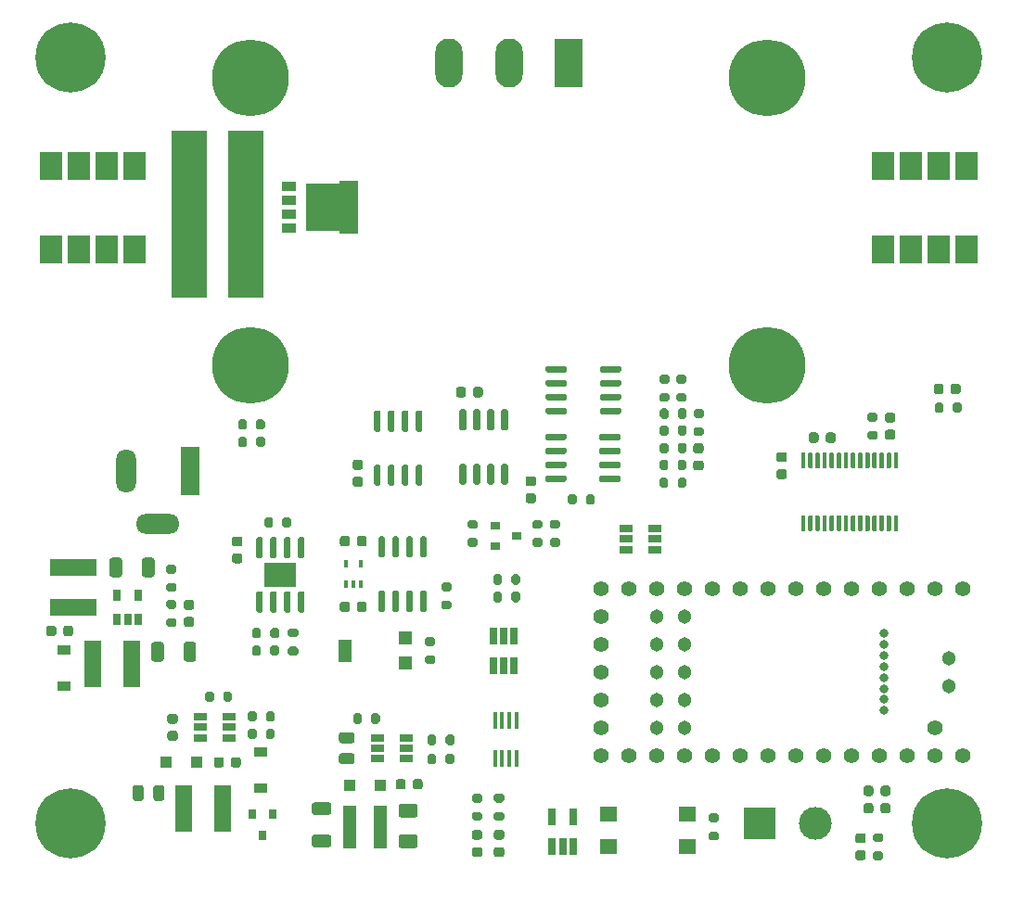
<source format=gbr>
G04 #@! TF.GenerationSoftware,KiCad,Pcbnew,5.1.7-a382d34a8~87~ubuntu18.04.1*
G04 #@! TF.CreationDate,2021-02-18T22:44:55+00:00*
G04 #@! TF.ProjectId,Laser-Driver-v3,4c617365-722d-4447-9269-7665722d7633,rev?*
G04 #@! TF.SameCoordinates,Original*
G04 #@! TF.FileFunction,Soldermask,Top*
G04 #@! TF.FilePolarity,Negative*
%FSLAX46Y46*%
G04 Gerber Fmt 4.6, Leading zero omitted, Abs format (unit mm)*
G04 Created by KiCad (PCBNEW 5.1.7-a382d34a8~87~ubuntu18.04.1) date 2021-02-18 22:44:55*
%MOMM*%
%LPD*%
G01*
G04 APERTURE LIST*
%ADD10C,7.000000*%
%ADD11R,1.300000X1.300000*%
%ADD12R,1.300000X2.000000*%
%ADD13C,0.800000*%
%ADD14C,6.400000*%
%ADD15R,1.100000X1.100000*%
%ADD16R,1.200000X3.900000*%
%ADD17R,1.500000X4.200000*%
%ADD18R,4.200000X1.500000*%
%ADD19C,1.404000*%
%ADD20C,1.304000*%
%ADD21C,0.804000*%
%ADD22R,3.200000X15.200000*%
%ADD23R,2.000000X2.600000*%
%ADD24R,0.300000X1.600000*%
%ADD25R,0.400000X0.650000*%
%ADD26R,0.650000X1.560000*%
%ADD27R,3.000000X2.290000*%
%ADD28R,1.600000X1.400000*%
%ADD29R,1.800000X4.400000*%
%ADD30O,1.800000X4.000000*%
%ADD31O,4.000000X1.800000*%
%ADD32R,0.650000X1.060000*%
%ADD33R,1.200000X0.900000*%
%ADD34R,1.220000X0.650000*%
%ADD35R,0.900000X0.800000*%
%ADD36C,0.100000*%
%ADD37O,2.500000X4.500000*%
%ADD38R,2.500000X4.500000*%
%ADD39C,3.000000*%
%ADD40R,3.000000X3.000000*%
%ADD41R,0.800000X0.900000*%
G04 APERTURE END LIST*
D10*
G04 #@! TO.C,HS1*
X111400000Y-73100000D03*
X158600000Y-73100000D03*
X158600000Y-46900000D03*
X111400000Y-46900000D03*
G04 #@! TD*
G04 #@! TO.C,R37*
G36*
G01*
X175525000Y-77275000D02*
X175525000Y-76725000D01*
G75*
G02*
X175725000Y-76525000I200000J0D01*
G01*
X176125000Y-76525000D01*
G75*
G02*
X176325000Y-76725000I0J-200000D01*
G01*
X176325000Y-77275000D01*
G75*
G02*
X176125000Y-77475000I-200000J0D01*
G01*
X175725000Y-77475000D01*
G75*
G02*
X175525000Y-77275000I0J200000D01*
G01*
G37*
G36*
G01*
X173875000Y-77275000D02*
X173875000Y-76725000D01*
G75*
G02*
X174075000Y-76525000I200000J0D01*
G01*
X174475000Y-76525000D01*
G75*
G02*
X174675000Y-76725000I0J-200000D01*
G01*
X174675000Y-77275000D01*
G75*
G02*
X174475000Y-77475000I-200000J0D01*
G01*
X174075000Y-77475000D01*
G75*
G02*
X173875000Y-77275000I0J200000D01*
G01*
G37*
G04 #@! TD*
G04 #@! TO.C,C9*
G36*
G01*
X175325000Y-75550000D02*
X175325000Y-75050000D01*
G75*
G02*
X175550000Y-74825000I225000J0D01*
G01*
X176000000Y-74825000D01*
G75*
G02*
X176225000Y-75050000I0J-225000D01*
G01*
X176225000Y-75550000D01*
G75*
G02*
X176000000Y-75775000I-225000J0D01*
G01*
X175550000Y-75775000D01*
G75*
G02*
X175325000Y-75550000I0J225000D01*
G01*
G37*
G36*
G01*
X173775000Y-75550000D02*
X173775000Y-75050000D01*
G75*
G02*
X174000000Y-74825000I225000J0D01*
G01*
X174450000Y-74825000D01*
G75*
G02*
X174675000Y-75050000I0J-225000D01*
G01*
X174675000Y-75550000D01*
G75*
G02*
X174450000Y-75775000I-225000J0D01*
G01*
X174000000Y-75775000D01*
G75*
G02*
X173775000Y-75550000I0J225000D01*
G01*
G37*
G04 #@! TD*
G04 #@! TO.C,C8*
G36*
G01*
X163925000Y-80000000D02*
X163925000Y-79500000D01*
G75*
G02*
X164150000Y-79275000I225000J0D01*
G01*
X164600000Y-79275000D01*
G75*
G02*
X164825000Y-79500000I0J-225000D01*
G01*
X164825000Y-80000000D01*
G75*
G02*
X164600000Y-80225000I-225000J0D01*
G01*
X164150000Y-80225000D01*
G75*
G02*
X163925000Y-80000000I0J225000D01*
G01*
G37*
G36*
G01*
X162375000Y-80000000D02*
X162375000Y-79500000D01*
G75*
G02*
X162600000Y-79275000I225000J0D01*
G01*
X163050000Y-79275000D01*
G75*
G02*
X163275000Y-79500000I0J-225000D01*
G01*
X163275000Y-80000000D01*
G75*
G02*
X163050000Y-80225000I-225000J0D01*
G01*
X162600000Y-80225000D01*
G75*
G02*
X162375000Y-80000000I0J225000D01*
G01*
G37*
G04 #@! TD*
G04 #@! TO.C,C7*
G36*
G01*
X160150000Y-81975000D02*
X159650000Y-81975000D01*
G75*
G02*
X159425000Y-81750000I0J225000D01*
G01*
X159425000Y-81300000D01*
G75*
G02*
X159650000Y-81075000I225000J0D01*
G01*
X160150000Y-81075000D01*
G75*
G02*
X160375000Y-81300000I0J-225000D01*
G01*
X160375000Y-81750000D01*
G75*
G02*
X160150000Y-81975000I-225000J0D01*
G01*
G37*
G36*
G01*
X160150000Y-83525000D02*
X159650000Y-83525000D01*
G75*
G02*
X159425000Y-83300000I0J225000D01*
G01*
X159425000Y-82850000D01*
G75*
G02*
X159650000Y-82625000I225000J0D01*
G01*
X160150000Y-82625000D01*
G75*
G02*
X160375000Y-82850000I0J-225000D01*
G01*
X160375000Y-83300000D01*
G75*
G02*
X160150000Y-83525000I-225000J0D01*
G01*
G37*
G04 #@! TD*
G04 #@! TO.C,R36*
G36*
G01*
X132375000Y-113075000D02*
X131825000Y-113075000D01*
G75*
G02*
X131625000Y-112875000I0J200000D01*
G01*
X131625000Y-112475000D01*
G75*
G02*
X131825000Y-112275000I200000J0D01*
G01*
X132375000Y-112275000D01*
G75*
G02*
X132575000Y-112475000I0J-200000D01*
G01*
X132575000Y-112875000D01*
G75*
G02*
X132375000Y-113075000I-200000J0D01*
G01*
G37*
G36*
G01*
X132375000Y-114725000D02*
X131825000Y-114725000D01*
G75*
G02*
X131625000Y-114525000I0J200000D01*
G01*
X131625000Y-114125000D01*
G75*
G02*
X131825000Y-113925000I200000J0D01*
G01*
X132375000Y-113925000D01*
G75*
G02*
X132575000Y-114125000I0J-200000D01*
G01*
X132575000Y-114525000D01*
G75*
G02*
X132375000Y-114725000I-200000J0D01*
G01*
G37*
G04 #@! TD*
G04 #@! TO.C,D8*
G36*
G01*
X132356250Y-116450000D02*
X131843750Y-116450000D01*
G75*
G02*
X131625000Y-116231250I0J218750D01*
G01*
X131625000Y-115793750D01*
G75*
G02*
X131843750Y-115575000I218750J0D01*
G01*
X132356250Y-115575000D01*
G75*
G02*
X132575000Y-115793750I0J-218750D01*
G01*
X132575000Y-116231250D01*
G75*
G02*
X132356250Y-116450000I-218750J0D01*
G01*
G37*
G36*
G01*
X132356250Y-118025000D02*
X131843750Y-118025000D01*
G75*
G02*
X131625000Y-117806250I0J218750D01*
G01*
X131625000Y-117368750D01*
G75*
G02*
X131843750Y-117150000I218750J0D01*
G01*
X132356250Y-117150000D01*
G75*
G02*
X132575000Y-117368750I0J-218750D01*
G01*
X132575000Y-117806250D01*
G75*
G02*
X132356250Y-118025000I-218750J0D01*
G01*
G37*
G04 #@! TD*
G04 #@! TO.C,D6*
G36*
G01*
X134356250Y-116450000D02*
X133843750Y-116450000D01*
G75*
G02*
X133625000Y-116231250I0J218750D01*
G01*
X133625000Y-115793750D01*
G75*
G02*
X133843750Y-115575000I218750J0D01*
G01*
X134356250Y-115575000D01*
G75*
G02*
X134575000Y-115793750I0J-218750D01*
G01*
X134575000Y-116231250D01*
G75*
G02*
X134356250Y-116450000I-218750J0D01*
G01*
G37*
G36*
G01*
X134356250Y-118025000D02*
X133843750Y-118025000D01*
G75*
G02*
X133625000Y-117806250I0J218750D01*
G01*
X133625000Y-117368750D01*
G75*
G02*
X133843750Y-117150000I218750J0D01*
G01*
X134356250Y-117150000D01*
G75*
G02*
X134575000Y-117368750I0J-218750D01*
G01*
X134575000Y-117806250D01*
G75*
G02*
X134356250Y-118025000I-218750J0D01*
G01*
G37*
G04 #@! TD*
G04 #@! TO.C,C6*
G36*
G01*
X110450000Y-89675000D02*
X109950000Y-89675000D01*
G75*
G02*
X109725000Y-89450000I0J225000D01*
G01*
X109725000Y-89000000D01*
G75*
G02*
X109950000Y-88775000I225000J0D01*
G01*
X110450000Y-88775000D01*
G75*
G02*
X110675000Y-89000000I0J-225000D01*
G01*
X110675000Y-89450000D01*
G75*
G02*
X110450000Y-89675000I-225000J0D01*
G01*
G37*
G36*
G01*
X110450000Y-91225000D02*
X109950000Y-91225000D01*
G75*
G02*
X109725000Y-91000000I0J225000D01*
G01*
X109725000Y-90550000D01*
G75*
G02*
X109950000Y-90325000I225000J0D01*
G01*
X110450000Y-90325000D01*
G75*
G02*
X110675000Y-90550000I0J-225000D01*
G01*
X110675000Y-91000000D01*
G75*
G02*
X110450000Y-91225000I-225000J0D01*
G01*
G37*
G04 #@! TD*
D11*
G04 #@! TO.C,RV1*
X125550000Y-98050000D03*
D12*
X120050000Y-99200000D03*
D11*
X125550000Y-100350000D03*
G04 #@! TD*
D13*
G04 #@! TO.C,H4*
X96697056Y-43302944D03*
X95000000Y-42600000D03*
X93302944Y-43302944D03*
X92600000Y-45000000D03*
X93302944Y-46697056D03*
X95000000Y-47400000D03*
X96697056Y-46697056D03*
X97400000Y-45000000D03*
D14*
X95000000Y-45000000D03*
G04 #@! TD*
D13*
G04 #@! TO.C,H3*
X176697056Y-43302944D03*
X175000000Y-42600000D03*
X173302944Y-43302944D03*
X172600000Y-45000000D03*
X173302944Y-46697056D03*
X175000000Y-47400000D03*
X176697056Y-46697056D03*
X177400000Y-45000000D03*
D14*
X175000000Y-45000000D03*
G04 #@! TD*
D13*
G04 #@! TO.C,H2*
X96697056Y-113302944D03*
X95000000Y-112600000D03*
X93302944Y-113302944D03*
X92600000Y-115000000D03*
X93302944Y-116697056D03*
X95000000Y-117400000D03*
X96697056Y-116697056D03*
X97400000Y-115000000D03*
D14*
X95000000Y-115000000D03*
G04 #@! TD*
D13*
G04 #@! TO.C,H1*
X176697056Y-113302944D03*
X175000000Y-112600000D03*
X173302944Y-113302944D03*
X172600000Y-115000000D03*
X173302944Y-116697056D03*
X175000000Y-117400000D03*
X176697056Y-116697056D03*
X177400000Y-115000000D03*
D14*
X175000000Y-115000000D03*
G04 #@! TD*
D15*
G04 #@! TO.C,D4*
X103700000Y-109400000D03*
X106500000Y-109400000D03*
G04 #@! TD*
G04 #@! TO.C,D2*
X120500000Y-111500000D03*
X123300000Y-111500000D03*
G04 #@! TD*
D16*
G04 #@! TO.C,L1*
X123300000Y-115300000D03*
X120500000Y-115300000D03*
G04 #@! TD*
D17*
G04 #@! TO.C,L2*
X108900000Y-113600000D03*
X105300000Y-113600000D03*
G04 #@! TD*
G04 #@! TO.C,L4*
X97000000Y-100400000D03*
X100600000Y-100400000D03*
G04 #@! TD*
D18*
G04 #@! TO.C,L3*
X95200000Y-91600000D03*
X95200000Y-95200000D03*
G04 #@! TD*
G04 #@! TO.C,C21*
G36*
G01*
X119725000Y-108550000D02*
X120675000Y-108550000D01*
G75*
G02*
X120925000Y-108800000I0J-250000D01*
G01*
X120925000Y-109300000D01*
G75*
G02*
X120675000Y-109550000I-250000J0D01*
G01*
X119725000Y-109550000D01*
G75*
G02*
X119475000Y-109300000I0J250000D01*
G01*
X119475000Y-108800000D01*
G75*
G02*
X119725000Y-108550000I250000J0D01*
G01*
G37*
G36*
G01*
X119725000Y-106650000D02*
X120675000Y-106650000D01*
G75*
G02*
X120925000Y-106900000I0J-250000D01*
G01*
X120925000Y-107400000D01*
G75*
G02*
X120675000Y-107650000I-250000J0D01*
G01*
X119725000Y-107650000D01*
G75*
G02*
X119475000Y-107400000I0J250000D01*
G01*
X119475000Y-106900000D01*
G75*
G02*
X119725000Y-106650000I250000J0D01*
G01*
G37*
G04 #@! TD*
G04 #@! TO.C,C27*
G36*
G01*
X101650000Y-111725000D02*
X101650000Y-112675000D01*
G75*
G02*
X101400000Y-112925000I-250000J0D01*
G01*
X100900000Y-112925000D01*
G75*
G02*
X100650000Y-112675000I0J250000D01*
G01*
X100650000Y-111725000D01*
G75*
G02*
X100900000Y-111475000I250000J0D01*
G01*
X101400000Y-111475000D01*
G75*
G02*
X101650000Y-111725000I0J-250000D01*
G01*
G37*
G36*
G01*
X103550000Y-111725000D02*
X103550000Y-112675000D01*
G75*
G02*
X103300000Y-112925000I-250000J0D01*
G01*
X102800000Y-112925000D01*
G75*
G02*
X102550000Y-112675000I0J250000D01*
G01*
X102550000Y-111725000D01*
G75*
G02*
X102800000Y-111475000I250000J0D01*
G01*
X103300000Y-111475000D01*
G75*
G02*
X103550000Y-111725000I0J-250000D01*
G01*
G37*
G04 #@! TD*
G04 #@! TO.C,C23*
G36*
G01*
X118550001Y-114200000D02*
X117249999Y-114200000D01*
G75*
G02*
X117000000Y-113950001I0J249999D01*
G01*
X117000000Y-113299999D01*
G75*
G02*
X117249999Y-113050000I249999J0D01*
G01*
X118550001Y-113050000D01*
G75*
G02*
X118800000Y-113299999I0J-249999D01*
G01*
X118800000Y-113950001D01*
G75*
G02*
X118550001Y-114200000I-249999J0D01*
G01*
G37*
G36*
G01*
X118550001Y-117150000D02*
X117249999Y-117150000D01*
G75*
G02*
X117000000Y-116900001I0J249999D01*
G01*
X117000000Y-116249999D01*
G75*
G02*
X117249999Y-116000000I249999J0D01*
G01*
X118550001Y-116000000D01*
G75*
G02*
X118800000Y-116249999I0J-249999D01*
G01*
X118800000Y-116900001D01*
G75*
G02*
X118550001Y-117150000I-249999J0D01*
G01*
G37*
G04 #@! TD*
G04 #@! TO.C,C5*
G36*
G01*
X103500000Y-98649999D02*
X103500000Y-99950001D01*
G75*
G02*
X103250001Y-100200000I-249999J0D01*
G01*
X102599999Y-100200000D01*
G75*
G02*
X102350000Y-99950001I0J249999D01*
G01*
X102350000Y-98649999D01*
G75*
G02*
X102599999Y-98400000I249999J0D01*
G01*
X103250001Y-98400000D01*
G75*
G02*
X103500000Y-98649999I0J-249999D01*
G01*
G37*
G36*
G01*
X106450000Y-98649999D02*
X106450000Y-99950001D01*
G75*
G02*
X106200001Y-100200000I-249999J0D01*
G01*
X105549999Y-100200000D01*
G75*
G02*
X105300000Y-99950001I0J249999D01*
G01*
X105300000Y-98649999D01*
G75*
G02*
X105549999Y-98400000I249999J0D01*
G01*
X106200001Y-98400000D01*
G75*
G02*
X106450000Y-98649999I0J-249999D01*
G01*
G37*
G04 #@! TD*
G04 #@! TO.C,C3*
G36*
G01*
X99700000Y-90949999D02*
X99700000Y-92250001D01*
G75*
G02*
X99450001Y-92500000I-249999J0D01*
G01*
X98799999Y-92500000D01*
G75*
G02*
X98550000Y-92250001I0J249999D01*
G01*
X98550000Y-90949999D01*
G75*
G02*
X98799999Y-90700000I249999J0D01*
G01*
X99450001Y-90700000D01*
G75*
G02*
X99700000Y-90949999I0J-249999D01*
G01*
G37*
G36*
G01*
X102650000Y-90949999D02*
X102650000Y-92250001D01*
G75*
G02*
X102400001Y-92500000I-249999J0D01*
G01*
X101749999Y-92500000D01*
G75*
G02*
X101500000Y-92250001I0J249999D01*
G01*
X101500000Y-90949999D01*
G75*
G02*
X101749999Y-90700000I249999J0D01*
G01*
X102400001Y-90700000D01*
G75*
G02*
X102650000Y-90949999I0J-249999D01*
G01*
G37*
G04 #@! TD*
G04 #@! TO.C,R35*
G36*
G01*
X135225000Y-92975000D02*
X135225000Y-92425000D01*
G75*
G02*
X135425000Y-92225000I200000J0D01*
G01*
X135825000Y-92225000D01*
G75*
G02*
X136025000Y-92425000I0J-200000D01*
G01*
X136025000Y-92975000D01*
G75*
G02*
X135825000Y-93175000I-200000J0D01*
G01*
X135425000Y-93175000D01*
G75*
G02*
X135225000Y-92975000I0J200000D01*
G01*
G37*
G36*
G01*
X133575000Y-92975000D02*
X133575000Y-92425000D01*
G75*
G02*
X133775000Y-92225000I200000J0D01*
G01*
X134175000Y-92225000D01*
G75*
G02*
X134375000Y-92425000I0J-200000D01*
G01*
X134375000Y-92975000D01*
G75*
G02*
X134175000Y-93175000I-200000J0D01*
G01*
X133775000Y-93175000D01*
G75*
G02*
X133575000Y-92975000I0J200000D01*
G01*
G37*
G04 #@! TD*
G04 #@! TO.C,R9*
G36*
G01*
X135225000Y-94575000D02*
X135225000Y-94025000D01*
G75*
G02*
X135425000Y-93825000I200000J0D01*
G01*
X135825000Y-93825000D01*
G75*
G02*
X136025000Y-94025000I0J-200000D01*
G01*
X136025000Y-94575000D01*
G75*
G02*
X135825000Y-94775000I-200000J0D01*
G01*
X135425000Y-94775000D01*
G75*
G02*
X135225000Y-94575000I0J200000D01*
G01*
G37*
G36*
G01*
X133575000Y-94575000D02*
X133575000Y-94025000D01*
G75*
G02*
X133775000Y-93825000I200000J0D01*
G01*
X134175000Y-93825000D01*
G75*
G02*
X134375000Y-94025000I0J-200000D01*
G01*
X134375000Y-94575000D01*
G75*
G02*
X134175000Y-94775000I-200000J0D01*
G01*
X133775000Y-94775000D01*
G75*
G02*
X133575000Y-94575000I0J200000D01*
G01*
G37*
G04 #@! TD*
D19*
G04 #@! TO.C,U2*
X176410000Y-93530000D03*
X173870000Y-93530000D03*
D20*
X148470000Y-106230000D03*
X151010000Y-106230000D03*
X148470000Y-103690000D03*
X151010000Y-103690000D03*
X148470000Y-101150000D03*
X151010000Y-101150000D03*
X148470000Y-98610000D03*
X151010000Y-98610000D03*
X148470000Y-96070000D03*
X151010000Y-96070000D03*
D21*
X169271600Y-104650000D03*
X169271600Y-103650000D03*
X169271600Y-102650000D03*
X169271600Y-101650000D03*
X169271600Y-100650000D03*
X169271600Y-99650000D03*
X169271600Y-98650000D03*
X169271600Y-97650000D03*
D20*
X175140000Y-102420000D03*
X175140000Y-99880000D03*
D19*
X171330000Y-93530000D03*
X168790000Y-93530000D03*
X166250000Y-93530000D03*
X163710000Y-93530000D03*
X161170000Y-93530000D03*
X158630000Y-93530000D03*
X156090000Y-93530000D03*
X153550000Y-93530000D03*
X151010000Y-93530000D03*
X148470000Y-93530000D03*
X143390000Y-93530000D03*
X143390000Y-96070000D03*
X143390000Y-98610000D03*
X143390000Y-101150000D03*
X143390000Y-103690000D03*
X143390000Y-106230000D03*
X143390000Y-108770000D03*
X145930000Y-108770000D03*
X148470000Y-108770000D03*
X151010000Y-108770000D03*
X153550000Y-108770000D03*
X156090000Y-108770000D03*
X158630000Y-108770000D03*
X161170000Y-108770000D03*
X163710000Y-108770000D03*
X166250000Y-108770000D03*
X168790000Y-108770000D03*
X171330000Y-108770000D03*
X173870000Y-108770000D03*
X173870000Y-106230000D03*
X176410000Y-108770000D03*
X145930000Y-93530000D03*
G04 #@! TD*
D22*
G04 #@! TO.C,R7*
X105800000Y-59300000D03*
X111000000Y-59300000D03*
G04 #@! TD*
D23*
G04 #@! TO.C,J5*
X100810000Y-62540000D03*
X98270000Y-62540000D03*
X95730000Y-62540000D03*
X93190000Y-62540000D03*
X100810000Y-54920000D03*
X98270000Y-54920000D03*
X93190000Y-54920000D03*
X95730000Y-54920000D03*
G04 #@! TD*
G04 #@! TO.C,J2*
X176810000Y-62540000D03*
X174270000Y-62540000D03*
X171730000Y-62540000D03*
X169190000Y-62540000D03*
X176810000Y-54920000D03*
X174270000Y-54920000D03*
X169190000Y-54920000D03*
X171730000Y-54920000D03*
G04 #@! TD*
D24*
G04 #@! TO.C,U15*
X133725000Y-105600000D03*
X134375000Y-105600000D03*
X135025000Y-105600000D03*
X135675000Y-105600000D03*
X135675000Y-109000000D03*
X135025000Y-109000000D03*
X134375000Y-109000000D03*
X133725000Y-109000000D03*
G04 #@! TD*
D25*
G04 #@! TO.C,U14*
X120150000Y-91250000D03*
X121450000Y-91250000D03*
X120800000Y-93150000D03*
X121450000Y-93150000D03*
X120150000Y-93150000D03*
G04 #@! TD*
D26*
G04 #@! TO.C,U13*
X138950000Y-114350000D03*
X140850000Y-114350000D03*
X140850000Y-117050000D03*
X139900000Y-117050000D03*
X138950000Y-117050000D03*
G04 #@! TD*
G04 #@! TO.C,U12*
X134500000Y-97850000D03*
X133550000Y-97850000D03*
X135450000Y-97850000D03*
X135450000Y-100550000D03*
X134500000Y-100550000D03*
X133550000Y-100550000D03*
G04 #@! TD*
D27*
G04 #@! TO.C,U1*
X114150000Y-92270000D03*
G36*
G01*
X112395000Y-90770000D02*
X112095000Y-90770000D01*
G75*
G02*
X111945000Y-90620000I0J150000D01*
G01*
X111945000Y-88970000D01*
G75*
G02*
X112095000Y-88820000I150000J0D01*
G01*
X112395000Y-88820000D01*
G75*
G02*
X112545000Y-88970000I0J-150000D01*
G01*
X112545000Y-90620000D01*
G75*
G02*
X112395000Y-90770000I-150000J0D01*
G01*
G37*
G36*
G01*
X113665000Y-90770000D02*
X113365000Y-90770000D01*
G75*
G02*
X113215000Y-90620000I0J150000D01*
G01*
X113215000Y-88970000D01*
G75*
G02*
X113365000Y-88820000I150000J0D01*
G01*
X113665000Y-88820000D01*
G75*
G02*
X113815000Y-88970000I0J-150000D01*
G01*
X113815000Y-90620000D01*
G75*
G02*
X113665000Y-90770000I-150000J0D01*
G01*
G37*
G36*
G01*
X114935000Y-90770000D02*
X114635000Y-90770000D01*
G75*
G02*
X114485000Y-90620000I0J150000D01*
G01*
X114485000Y-88970000D01*
G75*
G02*
X114635000Y-88820000I150000J0D01*
G01*
X114935000Y-88820000D01*
G75*
G02*
X115085000Y-88970000I0J-150000D01*
G01*
X115085000Y-90620000D01*
G75*
G02*
X114935000Y-90770000I-150000J0D01*
G01*
G37*
G36*
G01*
X116205000Y-90770000D02*
X115905000Y-90770000D01*
G75*
G02*
X115755000Y-90620000I0J150000D01*
G01*
X115755000Y-88970000D01*
G75*
G02*
X115905000Y-88820000I150000J0D01*
G01*
X116205000Y-88820000D01*
G75*
G02*
X116355000Y-88970000I0J-150000D01*
G01*
X116355000Y-90620000D01*
G75*
G02*
X116205000Y-90770000I-150000J0D01*
G01*
G37*
G36*
G01*
X116205000Y-95720000D02*
X115905000Y-95720000D01*
G75*
G02*
X115755000Y-95570000I0J150000D01*
G01*
X115755000Y-93920000D01*
G75*
G02*
X115905000Y-93770000I150000J0D01*
G01*
X116205000Y-93770000D01*
G75*
G02*
X116355000Y-93920000I0J-150000D01*
G01*
X116355000Y-95570000D01*
G75*
G02*
X116205000Y-95720000I-150000J0D01*
G01*
G37*
G36*
G01*
X114935000Y-95720000D02*
X114635000Y-95720000D01*
G75*
G02*
X114485000Y-95570000I0J150000D01*
G01*
X114485000Y-93920000D01*
G75*
G02*
X114635000Y-93770000I150000J0D01*
G01*
X114935000Y-93770000D01*
G75*
G02*
X115085000Y-93920000I0J-150000D01*
G01*
X115085000Y-95570000D01*
G75*
G02*
X114935000Y-95720000I-150000J0D01*
G01*
G37*
G36*
G01*
X113665000Y-95720000D02*
X113365000Y-95720000D01*
G75*
G02*
X113215000Y-95570000I0J150000D01*
G01*
X113215000Y-93920000D01*
G75*
G02*
X113365000Y-93770000I150000J0D01*
G01*
X113665000Y-93770000D01*
G75*
G02*
X113815000Y-93920000I0J-150000D01*
G01*
X113815000Y-95570000D01*
G75*
G02*
X113665000Y-95720000I-150000J0D01*
G01*
G37*
G36*
G01*
X112395000Y-95720000D02*
X112095000Y-95720000D01*
G75*
G02*
X111945000Y-95570000I0J150000D01*
G01*
X111945000Y-93920000D01*
G75*
G02*
X112095000Y-93770000I150000J0D01*
G01*
X112395000Y-93770000D01*
G75*
G02*
X112545000Y-93920000I0J-150000D01*
G01*
X112545000Y-95570000D01*
G75*
G02*
X112395000Y-95720000I-150000J0D01*
G01*
G37*
G04 #@! TD*
D28*
G04 #@! TO.C,SW1*
X151300000Y-114100000D03*
X144100000Y-114100000D03*
X151300000Y-117100000D03*
X144100000Y-117100000D03*
G04 #@! TD*
G04 #@! TO.C,U6*
G36*
G01*
X130945000Y-79100000D02*
X130645000Y-79100000D01*
G75*
G02*
X130495000Y-78950000I0J150000D01*
G01*
X130495000Y-77300000D01*
G75*
G02*
X130645000Y-77150000I150000J0D01*
G01*
X130945000Y-77150000D01*
G75*
G02*
X131095000Y-77300000I0J-150000D01*
G01*
X131095000Y-78950000D01*
G75*
G02*
X130945000Y-79100000I-150000J0D01*
G01*
G37*
G36*
G01*
X132215000Y-79100000D02*
X131915000Y-79100000D01*
G75*
G02*
X131765000Y-78950000I0J150000D01*
G01*
X131765000Y-77300000D01*
G75*
G02*
X131915000Y-77150000I150000J0D01*
G01*
X132215000Y-77150000D01*
G75*
G02*
X132365000Y-77300000I0J-150000D01*
G01*
X132365000Y-78950000D01*
G75*
G02*
X132215000Y-79100000I-150000J0D01*
G01*
G37*
G36*
G01*
X133485000Y-79100000D02*
X133185000Y-79100000D01*
G75*
G02*
X133035000Y-78950000I0J150000D01*
G01*
X133035000Y-77300000D01*
G75*
G02*
X133185000Y-77150000I150000J0D01*
G01*
X133485000Y-77150000D01*
G75*
G02*
X133635000Y-77300000I0J-150000D01*
G01*
X133635000Y-78950000D01*
G75*
G02*
X133485000Y-79100000I-150000J0D01*
G01*
G37*
G36*
G01*
X134755000Y-79100000D02*
X134455000Y-79100000D01*
G75*
G02*
X134305000Y-78950000I0J150000D01*
G01*
X134305000Y-77300000D01*
G75*
G02*
X134455000Y-77150000I150000J0D01*
G01*
X134755000Y-77150000D01*
G75*
G02*
X134905000Y-77300000I0J-150000D01*
G01*
X134905000Y-78950000D01*
G75*
G02*
X134755000Y-79100000I-150000J0D01*
G01*
G37*
G36*
G01*
X134755000Y-84050000D02*
X134455000Y-84050000D01*
G75*
G02*
X134305000Y-83900000I0J150000D01*
G01*
X134305000Y-82250000D01*
G75*
G02*
X134455000Y-82100000I150000J0D01*
G01*
X134755000Y-82100000D01*
G75*
G02*
X134905000Y-82250000I0J-150000D01*
G01*
X134905000Y-83900000D01*
G75*
G02*
X134755000Y-84050000I-150000J0D01*
G01*
G37*
G36*
G01*
X133485000Y-84050000D02*
X133185000Y-84050000D01*
G75*
G02*
X133035000Y-83900000I0J150000D01*
G01*
X133035000Y-82250000D01*
G75*
G02*
X133185000Y-82100000I150000J0D01*
G01*
X133485000Y-82100000D01*
G75*
G02*
X133635000Y-82250000I0J-150000D01*
G01*
X133635000Y-83900000D01*
G75*
G02*
X133485000Y-84050000I-150000J0D01*
G01*
G37*
G36*
G01*
X132215000Y-84050000D02*
X131915000Y-84050000D01*
G75*
G02*
X131765000Y-83900000I0J150000D01*
G01*
X131765000Y-82250000D01*
G75*
G02*
X131915000Y-82100000I150000J0D01*
G01*
X132215000Y-82100000D01*
G75*
G02*
X132365000Y-82250000I0J-150000D01*
G01*
X132365000Y-83900000D01*
G75*
G02*
X132215000Y-84050000I-150000J0D01*
G01*
G37*
G36*
G01*
X130945000Y-84050000D02*
X130645000Y-84050000D01*
G75*
G02*
X130495000Y-83900000I0J150000D01*
G01*
X130495000Y-82250000D01*
G75*
G02*
X130645000Y-82100000I150000J0D01*
G01*
X130945000Y-82100000D01*
G75*
G02*
X131095000Y-82250000I0J-150000D01*
G01*
X131095000Y-83900000D01*
G75*
G02*
X130945000Y-84050000I-150000J0D01*
G01*
G37*
G04 #@! TD*
G04 #@! TO.C,U5*
G36*
G01*
X140250000Y-83355000D02*
X140250000Y-83655000D01*
G75*
G02*
X140100000Y-83805000I-150000J0D01*
G01*
X138450000Y-83805000D01*
G75*
G02*
X138300000Y-83655000I0J150000D01*
G01*
X138300000Y-83355000D01*
G75*
G02*
X138450000Y-83205000I150000J0D01*
G01*
X140100000Y-83205000D01*
G75*
G02*
X140250000Y-83355000I0J-150000D01*
G01*
G37*
G36*
G01*
X140250000Y-82085000D02*
X140250000Y-82385000D01*
G75*
G02*
X140100000Y-82535000I-150000J0D01*
G01*
X138450000Y-82535000D01*
G75*
G02*
X138300000Y-82385000I0J150000D01*
G01*
X138300000Y-82085000D01*
G75*
G02*
X138450000Y-81935000I150000J0D01*
G01*
X140100000Y-81935000D01*
G75*
G02*
X140250000Y-82085000I0J-150000D01*
G01*
G37*
G36*
G01*
X140250000Y-80815000D02*
X140250000Y-81115000D01*
G75*
G02*
X140100000Y-81265000I-150000J0D01*
G01*
X138450000Y-81265000D01*
G75*
G02*
X138300000Y-81115000I0J150000D01*
G01*
X138300000Y-80815000D01*
G75*
G02*
X138450000Y-80665000I150000J0D01*
G01*
X140100000Y-80665000D01*
G75*
G02*
X140250000Y-80815000I0J-150000D01*
G01*
G37*
G36*
G01*
X140250000Y-79545000D02*
X140250000Y-79845000D01*
G75*
G02*
X140100000Y-79995000I-150000J0D01*
G01*
X138450000Y-79995000D01*
G75*
G02*
X138300000Y-79845000I0J150000D01*
G01*
X138300000Y-79545000D01*
G75*
G02*
X138450000Y-79395000I150000J0D01*
G01*
X140100000Y-79395000D01*
G75*
G02*
X140250000Y-79545000I0J-150000D01*
G01*
G37*
G36*
G01*
X145200000Y-79545000D02*
X145200000Y-79845000D01*
G75*
G02*
X145050000Y-79995000I-150000J0D01*
G01*
X143400000Y-79995000D01*
G75*
G02*
X143250000Y-79845000I0J150000D01*
G01*
X143250000Y-79545000D01*
G75*
G02*
X143400000Y-79395000I150000J0D01*
G01*
X145050000Y-79395000D01*
G75*
G02*
X145200000Y-79545000I0J-150000D01*
G01*
G37*
G36*
G01*
X145200000Y-80815000D02*
X145200000Y-81115000D01*
G75*
G02*
X145050000Y-81265000I-150000J0D01*
G01*
X143400000Y-81265000D01*
G75*
G02*
X143250000Y-81115000I0J150000D01*
G01*
X143250000Y-80815000D01*
G75*
G02*
X143400000Y-80665000I150000J0D01*
G01*
X145050000Y-80665000D01*
G75*
G02*
X145200000Y-80815000I0J-150000D01*
G01*
G37*
G36*
G01*
X145200000Y-82085000D02*
X145200000Y-82385000D01*
G75*
G02*
X145050000Y-82535000I-150000J0D01*
G01*
X143400000Y-82535000D01*
G75*
G02*
X143250000Y-82385000I0J150000D01*
G01*
X143250000Y-82085000D01*
G75*
G02*
X143400000Y-81935000I150000J0D01*
G01*
X145050000Y-81935000D01*
G75*
G02*
X145200000Y-82085000I0J-150000D01*
G01*
G37*
G36*
G01*
X145200000Y-83355000D02*
X145200000Y-83655000D01*
G75*
G02*
X145050000Y-83805000I-150000J0D01*
G01*
X143400000Y-83805000D01*
G75*
G02*
X143250000Y-83655000I0J150000D01*
G01*
X143250000Y-83355000D01*
G75*
G02*
X143400000Y-83205000I150000J0D01*
G01*
X145050000Y-83205000D01*
G75*
G02*
X145200000Y-83355000I0J-150000D01*
G01*
G37*
G04 #@! TD*
D29*
G04 #@! TO.C,J6*
X105900000Y-82800000D03*
D30*
X100100000Y-82800000D03*
D31*
X102900000Y-87600000D03*
G04 #@! TD*
G04 #@! TO.C,C18*
G36*
G01*
X152050000Y-81825000D02*
X152550000Y-81825000D01*
G75*
G02*
X152775000Y-82050000I0J-225000D01*
G01*
X152775000Y-82500000D01*
G75*
G02*
X152550000Y-82725000I-225000J0D01*
G01*
X152050000Y-82725000D01*
G75*
G02*
X151825000Y-82500000I0J225000D01*
G01*
X151825000Y-82050000D01*
G75*
G02*
X152050000Y-81825000I225000J0D01*
G01*
G37*
G36*
G01*
X152050000Y-80275000D02*
X152550000Y-80275000D01*
G75*
G02*
X152775000Y-80500000I0J-225000D01*
G01*
X152775000Y-80950000D01*
G75*
G02*
X152550000Y-81175000I-225000J0D01*
G01*
X152050000Y-81175000D01*
G75*
G02*
X151825000Y-80950000I0J225000D01*
G01*
X151825000Y-80500000D01*
G75*
G02*
X152050000Y-80275000I225000J0D01*
G01*
G37*
G04 #@! TD*
G04 #@! TO.C,C4*
G36*
G01*
X105550000Y-96125000D02*
X106050000Y-96125000D01*
G75*
G02*
X106275000Y-96350000I0J-225000D01*
G01*
X106275000Y-96800000D01*
G75*
G02*
X106050000Y-97025000I-225000J0D01*
G01*
X105550000Y-97025000D01*
G75*
G02*
X105325000Y-96800000I0J225000D01*
G01*
X105325000Y-96350000D01*
G75*
G02*
X105550000Y-96125000I225000J0D01*
G01*
G37*
G36*
G01*
X105550000Y-94575000D02*
X106050000Y-94575000D01*
G75*
G02*
X106275000Y-94800000I0J-225000D01*
G01*
X106275000Y-95250000D01*
G75*
G02*
X106050000Y-95475000I-225000J0D01*
G01*
X105550000Y-95475000D01*
G75*
G02*
X105325000Y-95250000I0J225000D01*
G01*
X105325000Y-94800000D01*
G75*
G02*
X105550000Y-94575000I225000J0D01*
G01*
G37*
G04 #@! TD*
G04 #@! TO.C,C2*
G36*
G01*
X94325000Y-97650000D02*
X94325000Y-97150000D01*
G75*
G02*
X94550000Y-96925000I225000J0D01*
G01*
X95000000Y-96925000D01*
G75*
G02*
X95225000Y-97150000I0J-225000D01*
G01*
X95225000Y-97650000D01*
G75*
G02*
X95000000Y-97875000I-225000J0D01*
G01*
X94550000Y-97875000D01*
G75*
G02*
X94325000Y-97650000I0J225000D01*
G01*
G37*
G36*
G01*
X92775000Y-97650000D02*
X92775000Y-97150000D01*
G75*
G02*
X93000000Y-96925000I225000J0D01*
G01*
X93450000Y-96925000D01*
G75*
G02*
X93675000Y-97150000I0J-225000D01*
G01*
X93675000Y-97650000D01*
G75*
G02*
X93450000Y-97875000I-225000J0D01*
G01*
X93000000Y-97875000D01*
G75*
G02*
X92775000Y-97650000I0J225000D01*
G01*
G37*
G04 #@! TD*
D32*
G04 #@! TO.C,U9*
X99250000Y-94100000D03*
X101150000Y-94100000D03*
X101150000Y-96300000D03*
X100200000Y-96300000D03*
X99250000Y-96300000D03*
G04 #@! TD*
G04 #@! TO.C,R17*
G36*
G01*
X104475000Y-92175000D02*
X103925000Y-92175000D01*
G75*
G02*
X103725000Y-91975000I0J200000D01*
G01*
X103725000Y-91575000D01*
G75*
G02*
X103925000Y-91375000I200000J0D01*
G01*
X104475000Y-91375000D01*
G75*
G02*
X104675000Y-91575000I0J-200000D01*
G01*
X104675000Y-91975000D01*
G75*
G02*
X104475000Y-92175000I-200000J0D01*
G01*
G37*
G36*
G01*
X104475000Y-93825000D02*
X103925000Y-93825000D01*
G75*
G02*
X103725000Y-93625000I0J200000D01*
G01*
X103725000Y-93225000D01*
G75*
G02*
X103925000Y-93025000I200000J0D01*
G01*
X104475000Y-93025000D01*
G75*
G02*
X104675000Y-93225000I0J-200000D01*
G01*
X104675000Y-93625000D01*
G75*
G02*
X104475000Y-93825000I-200000J0D01*
G01*
G37*
G04 #@! TD*
G04 #@! TO.C,R16*
G36*
G01*
X104475000Y-95375000D02*
X103925000Y-95375000D01*
G75*
G02*
X103725000Y-95175000I0J200000D01*
G01*
X103725000Y-94775000D01*
G75*
G02*
X103925000Y-94575000I200000J0D01*
G01*
X104475000Y-94575000D01*
G75*
G02*
X104675000Y-94775000I0J-200000D01*
G01*
X104675000Y-95175000D01*
G75*
G02*
X104475000Y-95375000I-200000J0D01*
G01*
G37*
G36*
G01*
X104475000Y-97025000D02*
X103925000Y-97025000D01*
G75*
G02*
X103725000Y-96825000I0J200000D01*
G01*
X103725000Y-96425000D01*
G75*
G02*
X103925000Y-96225000I200000J0D01*
G01*
X104475000Y-96225000D01*
G75*
G02*
X104675000Y-96425000I0J-200000D01*
G01*
X104675000Y-96825000D01*
G75*
G02*
X104475000Y-97025000I-200000J0D01*
G01*
G37*
G04 #@! TD*
D33*
G04 #@! TO.C,D7*
X94400000Y-99150000D03*
X94400000Y-102450000D03*
G04 #@! TD*
G04 #@! TO.C,U16*
G36*
G01*
X123145000Y-79200000D02*
X122845000Y-79200000D01*
G75*
G02*
X122695000Y-79050000I0J150000D01*
G01*
X122695000Y-77400000D01*
G75*
G02*
X122845000Y-77250000I150000J0D01*
G01*
X123145000Y-77250000D01*
G75*
G02*
X123295000Y-77400000I0J-150000D01*
G01*
X123295000Y-79050000D01*
G75*
G02*
X123145000Y-79200000I-150000J0D01*
G01*
G37*
G36*
G01*
X124415000Y-79200000D02*
X124115000Y-79200000D01*
G75*
G02*
X123965000Y-79050000I0J150000D01*
G01*
X123965000Y-77400000D01*
G75*
G02*
X124115000Y-77250000I150000J0D01*
G01*
X124415000Y-77250000D01*
G75*
G02*
X124565000Y-77400000I0J-150000D01*
G01*
X124565000Y-79050000D01*
G75*
G02*
X124415000Y-79200000I-150000J0D01*
G01*
G37*
G36*
G01*
X125685000Y-79200000D02*
X125385000Y-79200000D01*
G75*
G02*
X125235000Y-79050000I0J150000D01*
G01*
X125235000Y-77400000D01*
G75*
G02*
X125385000Y-77250000I150000J0D01*
G01*
X125685000Y-77250000D01*
G75*
G02*
X125835000Y-77400000I0J-150000D01*
G01*
X125835000Y-79050000D01*
G75*
G02*
X125685000Y-79200000I-150000J0D01*
G01*
G37*
G36*
G01*
X126955000Y-79200000D02*
X126655000Y-79200000D01*
G75*
G02*
X126505000Y-79050000I0J150000D01*
G01*
X126505000Y-77400000D01*
G75*
G02*
X126655000Y-77250000I150000J0D01*
G01*
X126955000Y-77250000D01*
G75*
G02*
X127105000Y-77400000I0J-150000D01*
G01*
X127105000Y-79050000D01*
G75*
G02*
X126955000Y-79200000I-150000J0D01*
G01*
G37*
G36*
G01*
X126955000Y-84150000D02*
X126655000Y-84150000D01*
G75*
G02*
X126505000Y-84000000I0J150000D01*
G01*
X126505000Y-82350000D01*
G75*
G02*
X126655000Y-82200000I150000J0D01*
G01*
X126955000Y-82200000D01*
G75*
G02*
X127105000Y-82350000I0J-150000D01*
G01*
X127105000Y-84000000D01*
G75*
G02*
X126955000Y-84150000I-150000J0D01*
G01*
G37*
G36*
G01*
X125685000Y-84150000D02*
X125385000Y-84150000D01*
G75*
G02*
X125235000Y-84000000I0J150000D01*
G01*
X125235000Y-82350000D01*
G75*
G02*
X125385000Y-82200000I150000J0D01*
G01*
X125685000Y-82200000D01*
G75*
G02*
X125835000Y-82350000I0J-150000D01*
G01*
X125835000Y-84000000D01*
G75*
G02*
X125685000Y-84150000I-150000J0D01*
G01*
G37*
G36*
G01*
X124415000Y-84150000D02*
X124115000Y-84150000D01*
G75*
G02*
X123965000Y-84000000I0J150000D01*
G01*
X123965000Y-82350000D01*
G75*
G02*
X124115000Y-82200000I150000J0D01*
G01*
X124415000Y-82200000D01*
G75*
G02*
X124565000Y-82350000I0J-150000D01*
G01*
X124565000Y-84000000D01*
G75*
G02*
X124415000Y-84150000I-150000J0D01*
G01*
G37*
G36*
G01*
X123145000Y-84150000D02*
X122845000Y-84150000D01*
G75*
G02*
X122695000Y-84000000I0J150000D01*
G01*
X122695000Y-82350000D01*
G75*
G02*
X122845000Y-82200000I150000J0D01*
G01*
X123145000Y-82200000D01*
G75*
G02*
X123295000Y-82350000I0J-150000D01*
G01*
X123295000Y-84000000D01*
G75*
G02*
X123145000Y-84150000I-150000J0D01*
G01*
G37*
G04 #@! TD*
G04 #@! TO.C,U11*
G36*
G01*
X127055000Y-93700000D02*
X127355000Y-93700000D01*
G75*
G02*
X127505000Y-93850000I0J-150000D01*
G01*
X127505000Y-95500000D01*
G75*
G02*
X127355000Y-95650000I-150000J0D01*
G01*
X127055000Y-95650000D01*
G75*
G02*
X126905000Y-95500000I0J150000D01*
G01*
X126905000Y-93850000D01*
G75*
G02*
X127055000Y-93700000I150000J0D01*
G01*
G37*
G36*
G01*
X125785000Y-93700000D02*
X126085000Y-93700000D01*
G75*
G02*
X126235000Y-93850000I0J-150000D01*
G01*
X126235000Y-95500000D01*
G75*
G02*
X126085000Y-95650000I-150000J0D01*
G01*
X125785000Y-95650000D01*
G75*
G02*
X125635000Y-95500000I0J150000D01*
G01*
X125635000Y-93850000D01*
G75*
G02*
X125785000Y-93700000I150000J0D01*
G01*
G37*
G36*
G01*
X124515000Y-93700000D02*
X124815000Y-93700000D01*
G75*
G02*
X124965000Y-93850000I0J-150000D01*
G01*
X124965000Y-95500000D01*
G75*
G02*
X124815000Y-95650000I-150000J0D01*
G01*
X124515000Y-95650000D01*
G75*
G02*
X124365000Y-95500000I0J150000D01*
G01*
X124365000Y-93850000D01*
G75*
G02*
X124515000Y-93700000I150000J0D01*
G01*
G37*
G36*
G01*
X123245000Y-93700000D02*
X123545000Y-93700000D01*
G75*
G02*
X123695000Y-93850000I0J-150000D01*
G01*
X123695000Y-95500000D01*
G75*
G02*
X123545000Y-95650000I-150000J0D01*
G01*
X123245000Y-95650000D01*
G75*
G02*
X123095000Y-95500000I0J150000D01*
G01*
X123095000Y-93850000D01*
G75*
G02*
X123245000Y-93700000I150000J0D01*
G01*
G37*
G36*
G01*
X123245000Y-88750000D02*
X123545000Y-88750000D01*
G75*
G02*
X123695000Y-88900000I0J-150000D01*
G01*
X123695000Y-90550000D01*
G75*
G02*
X123545000Y-90700000I-150000J0D01*
G01*
X123245000Y-90700000D01*
G75*
G02*
X123095000Y-90550000I0J150000D01*
G01*
X123095000Y-88900000D01*
G75*
G02*
X123245000Y-88750000I150000J0D01*
G01*
G37*
G36*
G01*
X124515000Y-88750000D02*
X124815000Y-88750000D01*
G75*
G02*
X124965000Y-88900000I0J-150000D01*
G01*
X124965000Y-90550000D01*
G75*
G02*
X124815000Y-90700000I-150000J0D01*
G01*
X124515000Y-90700000D01*
G75*
G02*
X124365000Y-90550000I0J150000D01*
G01*
X124365000Y-88900000D01*
G75*
G02*
X124515000Y-88750000I150000J0D01*
G01*
G37*
G36*
G01*
X125785000Y-88750000D02*
X126085000Y-88750000D01*
G75*
G02*
X126235000Y-88900000I0J-150000D01*
G01*
X126235000Y-90550000D01*
G75*
G02*
X126085000Y-90700000I-150000J0D01*
G01*
X125785000Y-90700000D01*
G75*
G02*
X125635000Y-90550000I0J150000D01*
G01*
X125635000Y-88900000D01*
G75*
G02*
X125785000Y-88750000I150000J0D01*
G01*
G37*
G36*
G01*
X127055000Y-88750000D02*
X127355000Y-88750000D01*
G75*
G02*
X127505000Y-88900000I0J-150000D01*
G01*
X127505000Y-90550000D01*
G75*
G02*
X127355000Y-90700000I-150000J0D01*
G01*
X127055000Y-90700000D01*
G75*
G02*
X126905000Y-90550000I0J150000D01*
G01*
X126905000Y-88900000D01*
G75*
G02*
X127055000Y-88750000I150000J0D01*
G01*
G37*
G04 #@! TD*
D34*
G04 #@! TO.C,U10*
X106840000Y-107150000D03*
X106840000Y-106200000D03*
X106840000Y-105250000D03*
X109460000Y-105250000D03*
X109460000Y-106200000D03*
X109460000Y-107150000D03*
G04 #@! TD*
G04 #@! TO.C,U8*
X122990000Y-109050000D03*
X122990000Y-108100000D03*
X122990000Y-107150000D03*
X125610000Y-107150000D03*
X125610000Y-108100000D03*
X125610000Y-109050000D03*
G04 #@! TD*
G04 #@! TO.C,U7*
G36*
G01*
X143300000Y-73645000D02*
X143300000Y-73345000D01*
G75*
G02*
X143450000Y-73195000I150000J0D01*
G01*
X145100000Y-73195000D01*
G75*
G02*
X145250000Y-73345000I0J-150000D01*
G01*
X145250000Y-73645000D01*
G75*
G02*
X145100000Y-73795000I-150000J0D01*
G01*
X143450000Y-73795000D01*
G75*
G02*
X143300000Y-73645000I0J150000D01*
G01*
G37*
G36*
G01*
X143300000Y-74915000D02*
X143300000Y-74615000D01*
G75*
G02*
X143450000Y-74465000I150000J0D01*
G01*
X145100000Y-74465000D01*
G75*
G02*
X145250000Y-74615000I0J-150000D01*
G01*
X145250000Y-74915000D01*
G75*
G02*
X145100000Y-75065000I-150000J0D01*
G01*
X143450000Y-75065000D01*
G75*
G02*
X143300000Y-74915000I0J150000D01*
G01*
G37*
G36*
G01*
X143300000Y-76185000D02*
X143300000Y-75885000D01*
G75*
G02*
X143450000Y-75735000I150000J0D01*
G01*
X145100000Y-75735000D01*
G75*
G02*
X145250000Y-75885000I0J-150000D01*
G01*
X145250000Y-76185000D01*
G75*
G02*
X145100000Y-76335000I-150000J0D01*
G01*
X143450000Y-76335000D01*
G75*
G02*
X143300000Y-76185000I0J150000D01*
G01*
G37*
G36*
G01*
X143300000Y-77455000D02*
X143300000Y-77155000D01*
G75*
G02*
X143450000Y-77005000I150000J0D01*
G01*
X145100000Y-77005000D01*
G75*
G02*
X145250000Y-77155000I0J-150000D01*
G01*
X145250000Y-77455000D01*
G75*
G02*
X145100000Y-77605000I-150000J0D01*
G01*
X143450000Y-77605000D01*
G75*
G02*
X143300000Y-77455000I0J150000D01*
G01*
G37*
G36*
G01*
X138350000Y-77455000D02*
X138350000Y-77155000D01*
G75*
G02*
X138500000Y-77005000I150000J0D01*
G01*
X140150000Y-77005000D01*
G75*
G02*
X140300000Y-77155000I0J-150000D01*
G01*
X140300000Y-77455000D01*
G75*
G02*
X140150000Y-77605000I-150000J0D01*
G01*
X138500000Y-77605000D01*
G75*
G02*
X138350000Y-77455000I0J150000D01*
G01*
G37*
G36*
G01*
X138350000Y-76185000D02*
X138350000Y-75885000D01*
G75*
G02*
X138500000Y-75735000I150000J0D01*
G01*
X140150000Y-75735000D01*
G75*
G02*
X140300000Y-75885000I0J-150000D01*
G01*
X140300000Y-76185000D01*
G75*
G02*
X140150000Y-76335000I-150000J0D01*
G01*
X138500000Y-76335000D01*
G75*
G02*
X138350000Y-76185000I0J150000D01*
G01*
G37*
G36*
G01*
X138350000Y-74915000D02*
X138350000Y-74615000D01*
G75*
G02*
X138500000Y-74465000I150000J0D01*
G01*
X140150000Y-74465000D01*
G75*
G02*
X140300000Y-74615000I0J-150000D01*
G01*
X140300000Y-74915000D01*
G75*
G02*
X140150000Y-75065000I-150000J0D01*
G01*
X138500000Y-75065000D01*
G75*
G02*
X138350000Y-74915000I0J150000D01*
G01*
G37*
G36*
G01*
X138350000Y-73645000D02*
X138350000Y-73345000D01*
G75*
G02*
X138500000Y-73195000I150000J0D01*
G01*
X140150000Y-73195000D01*
G75*
G02*
X140300000Y-73345000I0J-150000D01*
G01*
X140300000Y-73645000D01*
G75*
G02*
X140150000Y-73795000I-150000J0D01*
G01*
X138500000Y-73795000D01*
G75*
G02*
X138350000Y-73645000I0J150000D01*
G01*
G37*
G04 #@! TD*
G04 #@! TO.C,U4*
G36*
G01*
X161975000Y-82575000D02*
X161775000Y-82575000D01*
G75*
G02*
X161675000Y-82475000I0J100000D01*
G01*
X161675000Y-81200000D01*
G75*
G02*
X161775000Y-81100000I100000J0D01*
G01*
X161975000Y-81100000D01*
G75*
G02*
X162075000Y-81200000I0J-100000D01*
G01*
X162075000Y-82475000D01*
G75*
G02*
X161975000Y-82575000I-100000J0D01*
G01*
G37*
G36*
G01*
X162625000Y-82575000D02*
X162425000Y-82575000D01*
G75*
G02*
X162325000Y-82475000I0J100000D01*
G01*
X162325000Y-81200000D01*
G75*
G02*
X162425000Y-81100000I100000J0D01*
G01*
X162625000Y-81100000D01*
G75*
G02*
X162725000Y-81200000I0J-100000D01*
G01*
X162725000Y-82475000D01*
G75*
G02*
X162625000Y-82575000I-100000J0D01*
G01*
G37*
G36*
G01*
X163275000Y-82575000D02*
X163075000Y-82575000D01*
G75*
G02*
X162975000Y-82475000I0J100000D01*
G01*
X162975000Y-81200000D01*
G75*
G02*
X163075000Y-81100000I100000J0D01*
G01*
X163275000Y-81100000D01*
G75*
G02*
X163375000Y-81200000I0J-100000D01*
G01*
X163375000Y-82475000D01*
G75*
G02*
X163275000Y-82575000I-100000J0D01*
G01*
G37*
G36*
G01*
X163925000Y-82575000D02*
X163725000Y-82575000D01*
G75*
G02*
X163625000Y-82475000I0J100000D01*
G01*
X163625000Y-81200000D01*
G75*
G02*
X163725000Y-81100000I100000J0D01*
G01*
X163925000Y-81100000D01*
G75*
G02*
X164025000Y-81200000I0J-100000D01*
G01*
X164025000Y-82475000D01*
G75*
G02*
X163925000Y-82575000I-100000J0D01*
G01*
G37*
G36*
G01*
X164575000Y-82575000D02*
X164375000Y-82575000D01*
G75*
G02*
X164275000Y-82475000I0J100000D01*
G01*
X164275000Y-81200000D01*
G75*
G02*
X164375000Y-81100000I100000J0D01*
G01*
X164575000Y-81100000D01*
G75*
G02*
X164675000Y-81200000I0J-100000D01*
G01*
X164675000Y-82475000D01*
G75*
G02*
X164575000Y-82575000I-100000J0D01*
G01*
G37*
G36*
G01*
X165225000Y-82575000D02*
X165025000Y-82575000D01*
G75*
G02*
X164925000Y-82475000I0J100000D01*
G01*
X164925000Y-81200000D01*
G75*
G02*
X165025000Y-81100000I100000J0D01*
G01*
X165225000Y-81100000D01*
G75*
G02*
X165325000Y-81200000I0J-100000D01*
G01*
X165325000Y-82475000D01*
G75*
G02*
X165225000Y-82575000I-100000J0D01*
G01*
G37*
G36*
G01*
X165875000Y-82575000D02*
X165675000Y-82575000D01*
G75*
G02*
X165575000Y-82475000I0J100000D01*
G01*
X165575000Y-81200000D01*
G75*
G02*
X165675000Y-81100000I100000J0D01*
G01*
X165875000Y-81100000D01*
G75*
G02*
X165975000Y-81200000I0J-100000D01*
G01*
X165975000Y-82475000D01*
G75*
G02*
X165875000Y-82575000I-100000J0D01*
G01*
G37*
G36*
G01*
X166525000Y-82575000D02*
X166325000Y-82575000D01*
G75*
G02*
X166225000Y-82475000I0J100000D01*
G01*
X166225000Y-81200000D01*
G75*
G02*
X166325000Y-81100000I100000J0D01*
G01*
X166525000Y-81100000D01*
G75*
G02*
X166625000Y-81200000I0J-100000D01*
G01*
X166625000Y-82475000D01*
G75*
G02*
X166525000Y-82575000I-100000J0D01*
G01*
G37*
G36*
G01*
X167175000Y-82575000D02*
X166975000Y-82575000D01*
G75*
G02*
X166875000Y-82475000I0J100000D01*
G01*
X166875000Y-81200000D01*
G75*
G02*
X166975000Y-81100000I100000J0D01*
G01*
X167175000Y-81100000D01*
G75*
G02*
X167275000Y-81200000I0J-100000D01*
G01*
X167275000Y-82475000D01*
G75*
G02*
X167175000Y-82575000I-100000J0D01*
G01*
G37*
G36*
G01*
X167825000Y-82575000D02*
X167625000Y-82575000D01*
G75*
G02*
X167525000Y-82475000I0J100000D01*
G01*
X167525000Y-81200000D01*
G75*
G02*
X167625000Y-81100000I100000J0D01*
G01*
X167825000Y-81100000D01*
G75*
G02*
X167925000Y-81200000I0J-100000D01*
G01*
X167925000Y-82475000D01*
G75*
G02*
X167825000Y-82575000I-100000J0D01*
G01*
G37*
G36*
G01*
X168475000Y-82575000D02*
X168275000Y-82575000D01*
G75*
G02*
X168175000Y-82475000I0J100000D01*
G01*
X168175000Y-81200000D01*
G75*
G02*
X168275000Y-81100000I100000J0D01*
G01*
X168475000Y-81100000D01*
G75*
G02*
X168575000Y-81200000I0J-100000D01*
G01*
X168575000Y-82475000D01*
G75*
G02*
X168475000Y-82575000I-100000J0D01*
G01*
G37*
G36*
G01*
X169125000Y-82575000D02*
X168925000Y-82575000D01*
G75*
G02*
X168825000Y-82475000I0J100000D01*
G01*
X168825000Y-81200000D01*
G75*
G02*
X168925000Y-81100000I100000J0D01*
G01*
X169125000Y-81100000D01*
G75*
G02*
X169225000Y-81200000I0J-100000D01*
G01*
X169225000Y-82475000D01*
G75*
G02*
X169125000Y-82575000I-100000J0D01*
G01*
G37*
G36*
G01*
X169775000Y-82575000D02*
X169575000Y-82575000D01*
G75*
G02*
X169475000Y-82475000I0J100000D01*
G01*
X169475000Y-81200000D01*
G75*
G02*
X169575000Y-81100000I100000J0D01*
G01*
X169775000Y-81100000D01*
G75*
G02*
X169875000Y-81200000I0J-100000D01*
G01*
X169875000Y-82475000D01*
G75*
G02*
X169775000Y-82575000I-100000J0D01*
G01*
G37*
G36*
G01*
X170425000Y-82575000D02*
X170225000Y-82575000D01*
G75*
G02*
X170125000Y-82475000I0J100000D01*
G01*
X170125000Y-81200000D01*
G75*
G02*
X170225000Y-81100000I100000J0D01*
G01*
X170425000Y-81100000D01*
G75*
G02*
X170525000Y-81200000I0J-100000D01*
G01*
X170525000Y-82475000D01*
G75*
G02*
X170425000Y-82575000I-100000J0D01*
G01*
G37*
G36*
G01*
X170425000Y-88300000D02*
X170225000Y-88300000D01*
G75*
G02*
X170125000Y-88200000I0J100000D01*
G01*
X170125000Y-86925000D01*
G75*
G02*
X170225000Y-86825000I100000J0D01*
G01*
X170425000Y-86825000D01*
G75*
G02*
X170525000Y-86925000I0J-100000D01*
G01*
X170525000Y-88200000D01*
G75*
G02*
X170425000Y-88300000I-100000J0D01*
G01*
G37*
G36*
G01*
X169775000Y-88300000D02*
X169575000Y-88300000D01*
G75*
G02*
X169475000Y-88200000I0J100000D01*
G01*
X169475000Y-86925000D01*
G75*
G02*
X169575000Y-86825000I100000J0D01*
G01*
X169775000Y-86825000D01*
G75*
G02*
X169875000Y-86925000I0J-100000D01*
G01*
X169875000Y-88200000D01*
G75*
G02*
X169775000Y-88300000I-100000J0D01*
G01*
G37*
G36*
G01*
X169125000Y-88300000D02*
X168925000Y-88300000D01*
G75*
G02*
X168825000Y-88200000I0J100000D01*
G01*
X168825000Y-86925000D01*
G75*
G02*
X168925000Y-86825000I100000J0D01*
G01*
X169125000Y-86825000D01*
G75*
G02*
X169225000Y-86925000I0J-100000D01*
G01*
X169225000Y-88200000D01*
G75*
G02*
X169125000Y-88300000I-100000J0D01*
G01*
G37*
G36*
G01*
X168475000Y-88300000D02*
X168275000Y-88300000D01*
G75*
G02*
X168175000Y-88200000I0J100000D01*
G01*
X168175000Y-86925000D01*
G75*
G02*
X168275000Y-86825000I100000J0D01*
G01*
X168475000Y-86825000D01*
G75*
G02*
X168575000Y-86925000I0J-100000D01*
G01*
X168575000Y-88200000D01*
G75*
G02*
X168475000Y-88300000I-100000J0D01*
G01*
G37*
G36*
G01*
X167825000Y-88300000D02*
X167625000Y-88300000D01*
G75*
G02*
X167525000Y-88200000I0J100000D01*
G01*
X167525000Y-86925000D01*
G75*
G02*
X167625000Y-86825000I100000J0D01*
G01*
X167825000Y-86825000D01*
G75*
G02*
X167925000Y-86925000I0J-100000D01*
G01*
X167925000Y-88200000D01*
G75*
G02*
X167825000Y-88300000I-100000J0D01*
G01*
G37*
G36*
G01*
X167175000Y-88300000D02*
X166975000Y-88300000D01*
G75*
G02*
X166875000Y-88200000I0J100000D01*
G01*
X166875000Y-86925000D01*
G75*
G02*
X166975000Y-86825000I100000J0D01*
G01*
X167175000Y-86825000D01*
G75*
G02*
X167275000Y-86925000I0J-100000D01*
G01*
X167275000Y-88200000D01*
G75*
G02*
X167175000Y-88300000I-100000J0D01*
G01*
G37*
G36*
G01*
X166525000Y-88300000D02*
X166325000Y-88300000D01*
G75*
G02*
X166225000Y-88200000I0J100000D01*
G01*
X166225000Y-86925000D01*
G75*
G02*
X166325000Y-86825000I100000J0D01*
G01*
X166525000Y-86825000D01*
G75*
G02*
X166625000Y-86925000I0J-100000D01*
G01*
X166625000Y-88200000D01*
G75*
G02*
X166525000Y-88300000I-100000J0D01*
G01*
G37*
G36*
G01*
X165875000Y-88300000D02*
X165675000Y-88300000D01*
G75*
G02*
X165575000Y-88200000I0J100000D01*
G01*
X165575000Y-86925000D01*
G75*
G02*
X165675000Y-86825000I100000J0D01*
G01*
X165875000Y-86825000D01*
G75*
G02*
X165975000Y-86925000I0J-100000D01*
G01*
X165975000Y-88200000D01*
G75*
G02*
X165875000Y-88300000I-100000J0D01*
G01*
G37*
G36*
G01*
X165225000Y-88300000D02*
X165025000Y-88300000D01*
G75*
G02*
X164925000Y-88200000I0J100000D01*
G01*
X164925000Y-86925000D01*
G75*
G02*
X165025000Y-86825000I100000J0D01*
G01*
X165225000Y-86825000D01*
G75*
G02*
X165325000Y-86925000I0J-100000D01*
G01*
X165325000Y-88200000D01*
G75*
G02*
X165225000Y-88300000I-100000J0D01*
G01*
G37*
G36*
G01*
X164575000Y-88300000D02*
X164375000Y-88300000D01*
G75*
G02*
X164275000Y-88200000I0J100000D01*
G01*
X164275000Y-86925000D01*
G75*
G02*
X164375000Y-86825000I100000J0D01*
G01*
X164575000Y-86825000D01*
G75*
G02*
X164675000Y-86925000I0J-100000D01*
G01*
X164675000Y-88200000D01*
G75*
G02*
X164575000Y-88300000I-100000J0D01*
G01*
G37*
G36*
G01*
X163925000Y-88300000D02*
X163725000Y-88300000D01*
G75*
G02*
X163625000Y-88200000I0J100000D01*
G01*
X163625000Y-86925000D01*
G75*
G02*
X163725000Y-86825000I100000J0D01*
G01*
X163925000Y-86825000D01*
G75*
G02*
X164025000Y-86925000I0J-100000D01*
G01*
X164025000Y-88200000D01*
G75*
G02*
X163925000Y-88300000I-100000J0D01*
G01*
G37*
G36*
G01*
X163275000Y-88300000D02*
X163075000Y-88300000D01*
G75*
G02*
X162975000Y-88200000I0J100000D01*
G01*
X162975000Y-86925000D01*
G75*
G02*
X163075000Y-86825000I100000J0D01*
G01*
X163275000Y-86825000D01*
G75*
G02*
X163375000Y-86925000I0J-100000D01*
G01*
X163375000Y-88200000D01*
G75*
G02*
X163275000Y-88300000I-100000J0D01*
G01*
G37*
G36*
G01*
X162625000Y-88300000D02*
X162425000Y-88300000D01*
G75*
G02*
X162325000Y-88200000I0J100000D01*
G01*
X162325000Y-86925000D01*
G75*
G02*
X162425000Y-86825000I100000J0D01*
G01*
X162625000Y-86825000D01*
G75*
G02*
X162725000Y-86925000I0J-100000D01*
G01*
X162725000Y-88200000D01*
G75*
G02*
X162625000Y-88300000I-100000J0D01*
G01*
G37*
G36*
G01*
X161975000Y-88300000D02*
X161775000Y-88300000D01*
G75*
G02*
X161675000Y-88200000I0J100000D01*
G01*
X161675000Y-86925000D01*
G75*
G02*
X161775000Y-86825000I100000J0D01*
G01*
X161975000Y-86825000D01*
G75*
G02*
X162075000Y-86925000I0J-100000D01*
G01*
X162075000Y-88200000D01*
G75*
G02*
X161975000Y-88300000I-100000J0D01*
G01*
G37*
G04 #@! TD*
G04 #@! TO.C,U3*
X148310000Y-88050000D03*
X148310000Y-89000000D03*
X148310000Y-89950000D03*
X145690000Y-89950000D03*
X145690000Y-89000000D03*
X145690000Y-88050000D03*
G04 #@! TD*
G04 #@! TO.C,R34*
G36*
G01*
X131425000Y-88925000D02*
X131975000Y-88925000D01*
G75*
G02*
X132175000Y-89125000I0J-200000D01*
G01*
X132175000Y-89525000D01*
G75*
G02*
X131975000Y-89725000I-200000J0D01*
G01*
X131425000Y-89725000D01*
G75*
G02*
X131225000Y-89525000I0J200000D01*
G01*
X131225000Y-89125000D01*
G75*
G02*
X131425000Y-88925000I200000J0D01*
G01*
G37*
G36*
G01*
X131425000Y-87275000D02*
X131975000Y-87275000D01*
G75*
G02*
X132175000Y-87475000I0J-200000D01*
G01*
X132175000Y-87875000D01*
G75*
G02*
X131975000Y-88075000I-200000J0D01*
G01*
X131425000Y-88075000D01*
G75*
G02*
X131225000Y-87875000I0J200000D01*
G01*
X131225000Y-87475000D01*
G75*
G02*
X131425000Y-87275000I200000J0D01*
G01*
G37*
G04 #@! TD*
G04 #@! TO.C,R33*
G36*
G01*
X137875000Y-88075000D02*
X137325000Y-88075000D01*
G75*
G02*
X137125000Y-87875000I0J200000D01*
G01*
X137125000Y-87475000D01*
G75*
G02*
X137325000Y-87275000I200000J0D01*
G01*
X137875000Y-87275000D01*
G75*
G02*
X138075000Y-87475000I0J-200000D01*
G01*
X138075000Y-87875000D01*
G75*
G02*
X137875000Y-88075000I-200000J0D01*
G01*
G37*
G36*
G01*
X137875000Y-89725000D02*
X137325000Y-89725000D01*
G75*
G02*
X137125000Y-89525000I0J200000D01*
G01*
X137125000Y-89125000D01*
G75*
G02*
X137325000Y-88925000I200000J0D01*
G01*
X137875000Y-88925000D01*
G75*
G02*
X138075000Y-89125000I0J-200000D01*
G01*
X138075000Y-89525000D01*
G75*
G02*
X137875000Y-89725000I-200000J0D01*
G01*
G37*
G04 #@! TD*
G04 #@! TO.C,R32*
G36*
G01*
X138925000Y-88925000D02*
X139475000Y-88925000D01*
G75*
G02*
X139675000Y-89125000I0J-200000D01*
G01*
X139675000Y-89525000D01*
G75*
G02*
X139475000Y-89725000I-200000J0D01*
G01*
X138925000Y-89725000D01*
G75*
G02*
X138725000Y-89525000I0J200000D01*
G01*
X138725000Y-89125000D01*
G75*
G02*
X138925000Y-88925000I200000J0D01*
G01*
G37*
G36*
G01*
X138925000Y-87275000D02*
X139475000Y-87275000D01*
G75*
G02*
X139675000Y-87475000I0J-200000D01*
G01*
X139675000Y-87875000D01*
G75*
G02*
X139475000Y-88075000I-200000J0D01*
G01*
X138925000Y-88075000D01*
G75*
G02*
X138725000Y-87875000I0J200000D01*
G01*
X138725000Y-87475000D01*
G75*
G02*
X138925000Y-87275000I200000J0D01*
G01*
G37*
G04 #@! TD*
G04 #@! TO.C,R31*
G36*
G01*
X134375000Y-113075000D02*
X133825000Y-113075000D01*
G75*
G02*
X133625000Y-112875000I0J200000D01*
G01*
X133625000Y-112475000D01*
G75*
G02*
X133825000Y-112275000I200000J0D01*
G01*
X134375000Y-112275000D01*
G75*
G02*
X134575000Y-112475000I0J-200000D01*
G01*
X134575000Y-112875000D01*
G75*
G02*
X134375000Y-113075000I-200000J0D01*
G01*
G37*
G36*
G01*
X134375000Y-114725000D02*
X133825000Y-114725000D01*
G75*
G02*
X133625000Y-114525000I0J200000D01*
G01*
X133625000Y-114125000D01*
G75*
G02*
X133825000Y-113925000I200000J0D01*
G01*
X134375000Y-113925000D01*
G75*
G02*
X134575000Y-114125000I0J-200000D01*
G01*
X134575000Y-114525000D01*
G75*
G02*
X134375000Y-114725000I-200000J0D01*
G01*
G37*
G04 #@! TD*
G04 #@! TO.C,R30*
G36*
G01*
X153975000Y-114875000D02*
X153425000Y-114875000D01*
G75*
G02*
X153225000Y-114675000I0J200000D01*
G01*
X153225000Y-114275000D01*
G75*
G02*
X153425000Y-114075000I200000J0D01*
G01*
X153975000Y-114075000D01*
G75*
G02*
X154175000Y-114275000I0J-200000D01*
G01*
X154175000Y-114675000D01*
G75*
G02*
X153975000Y-114875000I-200000J0D01*
G01*
G37*
G36*
G01*
X153975000Y-116525000D02*
X153425000Y-116525000D01*
G75*
G02*
X153225000Y-116325000I0J200000D01*
G01*
X153225000Y-115925000D01*
G75*
G02*
X153425000Y-115725000I200000J0D01*
G01*
X153975000Y-115725000D01*
G75*
G02*
X154175000Y-115925000I0J-200000D01*
G01*
X154175000Y-116325000D01*
G75*
G02*
X153975000Y-116525000I-200000J0D01*
G01*
G37*
G04 #@! TD*
G04 #@! TO.C,R29*
G36*
G01*
X128075000Y-98775000D02*
X127525000Y-98775000D01*
G75*
G02*
X127325000Y-98575000I0J200000D01*
G01*
X127325000Y-98175000D01*
G75*
G02*
X127525000Y-97975000I200000J0D01*
G01*
X128075000Y-97975000D01*
G75*
G02*
X128275000Y-98175000I0J-200000D01*
G01*
X128275000Y-98575000D01*
G75*
G02*
X128075000Y-98775000I-200000J0D01*
G01*
G37*
G36*
G01*
X128075000Y-100425000D02*
X127525000Y-100425000D01*
G75*
G02*
X127325000Y-100225000I0J200000D01*
G01*
X127325000Y-99825000D01*
G75*
G02*
X127525000Y-99625000I200000J0D01*
G01*
X128075000Y-99625000D01*
G75*
G02*
X128275000Y-99825000I0J-200000D01*
G01*
X128275000Y-100225000D01*
G75*
G02*
X128075000Y-100425000I-200000J0D01*
G01*
G37*
G04 #@! TD*
G04 #@! TO.C,R28*
G36*
G01*
X129575000Y-93775000D02*
X129025000Y-93775000D01*
G75*
G02*
X128825000Y-93575000I0J200000D01*
G01*
X128825000Y-93175000D01*
G75*
G02*
X129025000Y-92975000I200000J0D01*
G01*
X129575000Y-92975000D01*
G75*
G02*
X129775000Y-93175000I0J-200000D01*
G01*
X129775000Y-93575000D01*
G75*
G02*
X129575000Y-93775000I-200000J0D01*
G01*
G37*
G36*
G01*
X129575000Y-95425000D02*
X129025000Y-95425000D01*
G75*
G02*
X128825000Y-95225000I0J200000D01*
G01*
X128825000Y-94825000D01*
G75*
G02*
X129025000Y-94625000I200000J0D01*
G01*
X129575000Y-94625000D01*
G75*
G02*
X129775000Y-94825000I0J-200000D01*
G01*
X129775000Y-95225000D01*
G75*
G02*
X129575000Y-95425000I-200000J0D01*
G01*
G37*
G04 #@! TD*
G04 #@! TO.C,R27*
G36*
G01*
X112825000Y-105475000D02*
X112825000Y-104925000D01*
G75*
G02*
X113025000Y-104725000I200000J0D01*
G01*
X113425000Y-104725000D01*
G75*
G02*
X113625000Y-104925000I0J-200000D01*
G01*
X113625000Y-105475000D01*
G75*
G02*
X113425000Y-105675000I-200000J0D01*
G01*
X113025000Y-105675000D01*
G75*
G02*
X112825000Y-105475000I0J200000D01*
G01*
G37*
G36*
G01*
X111175000Y-105475000D02*
X111175000Y-104925000D01*
G75*
G02*
X111375000Y-104725000I200000J0D01*
G01*
X111775000Y-104725000D01*
G75*
G02*
X111975000Y-104925000I0J-200000D01*
G01*
X111975000Y-105475000D01*
G75*
G02*
X111775000Y-105675000I-200000J0D01*
G01*
X111375000Y-105675000D01*
G75*
G02*
X111175000Y-105475000I0J200000D01*
G01*
G37*
G04 #@! TD*
G04 #@! TO.C,R26*
G36*
G01*
X111975000Y-106525000D02*
X111975000Y-107075000D01*
G75*
G02*
X111775000Y-107275000I-200000J0D01*
G01*
X111375000Y-107275000D01*
G75*
G02*
X111175000Y-107075000I0J200000D01*
G01*
X111175000Y-106525000D01*
G75*
G02*
X111375000Y-106325000I200000J0D01*
G01*
X111775000Y-106325000D01*
G75*
G02*
X111975000Y-106525000I0J-200000D01*
G01*
G37*
G36*
G01*
X113625000Y-106525000D02*
X113625000Y-107075000D01*
G75*
G02*
X113425000Y-107275000I-200000J0D01*
G01*
X113025000Y-107275000D01*
G75*
G02*
X112825000Y-107075000I0J200000D01*
G01*
X112825000Y-106525000D01*
G75*
G02*
X113025000Y-106325000I200000J0D01*
G01*
X113425000Y-106325000D01*
G75*
G02*
X113625000Y-106525000I0J-200000D01*
G01*
G37*
G04 #@! TD*
G04 #@! TO.C,R25*
G36*
G01*
X108925000Y-103675000D02*
X108925000Y-103125000D01*
G75*
G02*
X109125000Y-102925000I200000J0D01*
G01*
X109525000Y-102925000D01*
G75*
G02*
X109725000Y-103125000I0J-200000D01*
G01*
X109725000Y-103675000D01*
G75*
G02*
X109525000Y-103875000I-200000J0D01*
G01*
X109125000Y-103875000D01*
G75*
G02*
X108925000Y-103675000I0J200000D01*
G01*
G37*
G36*
G01*
X107275000Y-103675000D02*
X107275000Y-103125000D01*
G75*
G02*
X107475000Y-102925000I200000J0D01*
G01*
X107875000Y-102925000D01*
G75*
G02*
X108075000Y-103125000I0J-200000D01*
G01*
X108075000Y-103675000D01*
G75*
G02*
X107875000Y-103875000I-200000J0D01*
G01*
X107475000Y-103875000D01*
G75*
G02*
X107275000Y-103675000I0J200000D01*
G01*
G37*
G04 #@! TD*
G04 #@! TO.C,R24*
G36*
G01*
X129225000Y-107625000D02*
X129225000Y-107075000D01*
G75*
G02*
X129425000Y-106875000I200000J0D01*
G01*
X129825000Y-106875000D01*
G75*
G02*
X130025000Y-107075000I0J-200000D01*
G01*
X130025000Y-107625000D01*
G75*
G02*
X129825000Y-107825000I-200000J0D01*
G01*
X129425000Y-107825000D01*
G75*
G02*
X129225000Y-107625000I0J200000D01*
G01*
G37*
G36*
G01*
X127575000Y-107625000D02*
X127575000Y-107075000D01*
G75*
G02*
X127775000Y-106875000I200000J0D01*
G01*
X128175000Y-106875000D01*
G75*
G02*
X128375000Y-107075000I0J-200000D01*
G01*
X128375000Y-107625000D01*
G75*
G02*
X128175000Y-107825000I-200000J0D01*
G01*
X127775000Y-107825000D01*
G75*
G02*
X127575000Y-107625000I0J200000D01*
G01*
G37*
G04 #@! TD*
G04 #@! TO.C,R23*
G36*
G01*
X128375000Y-108825000D02*
X128375000Y-109375000D01*
G75*
G02*
X128175000Y-109575000I-200000J0D01*
G01*
X127775000Y-109575000D01*
G75*
G02*
X127575000Y-109375000I0J200000D01*
G01*
X127575000Y-108825000D01*
G75*
G02*
X127775000Y-108625000I200000J0D01*
G01*
X128175000Y-108625000D01*
G75*
G02*
X128375000Y-108825000I0J-200000D01*
G01*
G37*
G36*
G01*
X130025000Y-108825000D02*
X130025000Y-109375000D01*
G75*
G02*
X129825000Y-109575000I-200000J0D01*
G01*
X129425000Y-109575000D01*
G75*
G02*
X129225000Y-109375000I0J200000D01*
G01*
X129225000Y-108825000D01*
G75*
G02*
X129425000Y-108625000I200000J0D01*
G01*
X129825000Y-108625000D01*
G75*
G02*
X130025000Y-108825000I0J-200000D01*
G01*
G37*
G04 #@! TD*
G04 #@! TO.C,R22*
G36*
G01*
X122425000Y-105675000D02*
X122425000Y-105125000D01*
G75*
G02*
X122625000Y-104925000I200000J0D01*
G01*
X123025000Y-104925000D01*
G75*
G02*
X123225000Y-105125000I0J-200000D01*
G01*
X123225000Y-105675000D01*
G75*
G02*
X123025000Y-105875000I-200000J0D01*
G01*
X122625000Y-105875000D01*
G75*
G02*
X122425000Y-105675000I0J200000D01*
G01*
G37*
G36*
G01*
X120775000Y-105675000D02*
X120775000Y-105125000D01*
G75*
G02*
X120975000Y-104925000I200000J0D01*
G01*
X121375000Y-104925000D01*
G75*
G02*
X121575000Y-105125000I0J-200000D01*
G01*
X121575000Y-105675000D01*
G75*
G02*
X121375000Y-105875000I-200000J0D01*
G01*
X120975000Y-105875000D01*
G75*
G02*
X120775000Y-105675000I0J200000D01*
G01*
G37*
G04 #@! TD*
G04 #@! TO.C,R21*
G36*
G01*
X150425000Y-77825000D02*
X150425000Y-77275000D01*
G75*
G02*
X150625000Y-77075000I200000J0D01*
G01*
X151025000Y-77075000D01*
G75*
G02*
X151225000Y-77275000I0J-200000D01*
G01*
X151225000Y-77825000D01*
G75*
G02*
X151025000Y-78025000I-200000J0D01*
G01*
X150625000Y-78025000D01*
G75*
G02*
X150425000Y-77825000I0J200000D01*
G01*
G37*
G36*
G01*
X148775000Y-77825000D02*
X148775000Y-77275000D01*
G75*
G02*
X148975000Y-77075000I200000J0D01*
G01*
X149375000Y-77075000D01*
G75*
G02*
X149575000Y-77275000I0J-200000D01*
G01*
X149575000Y-77825000D01*
G75*
G02*
X149375000Y-78025000I-200000J0D01*
G01*
X148975000Y-78025000D01*
G75*
G02*
X148775000Y-77825000I0J200000D01*
G01*
G37*
G04 #@! TD*
G04 #@! TO.C,R20*
G36*
G01*
X148925000Y-75675000D02*
X149475000Y-75675000D01*
G75*
G02*
X149675000Y-75875000I0J-200000D01*
G01*
X149675000Y-76275000D01*
G75*
G02*
X149475000Y-76475000I-200000J0D01*
G01*
X148925000Y-76475000D01*
G75*
G02*
X148725000Y-76275000I0J200000D01*
G01*
X148725000Y-75875000D01*
G75*
G02*
X148925000Y-75675000I200000J0D01*
G01*
G37*
G36*
G01*
X148925000Y-74025000D02*
X149475000Y-74025000D01*
G75*
G02*
X149675000Y-74225000I0J-200000D01*
G01*
X149675000Y-74625000D01*
G75*
G02*
X149475000Y-74825000I-200000J0D01*
G01*
X148925000Y-74825000D01*
G75*
G02*
X148725000Y-74625000I0J200000D01*
G01*
X148725000Y-74225000D01*
G75*
G02*
X148925000Y-74025000I200000J0D01*
G01*
G37*
G04 #@! TD*
G04 #@! TO.C,R19*
G36*
G01*
X151025000Y-74825000D02*
X150475000Y-74825000D01*
G75*
G02*
X150275000Y-74625000I0J200000D01*
G01*
X150275000Y-74225000D01*
G75*
G02*
X150475000Y-74025000I200000J0D01*
G01*
X151025000Y-74025000D01*
G75*
G02*
X151225000Y-74225000I0J-200000D01*
G01*
X151225000Y-74625000D01*
G75*
G02*
X151025000Y-74825000I-200000J0D01*
G01*
G37*
G36*
G01*
X151025000Y-76475000D02*
X150475000Y-76475000D01*
G75*
G02*
X150275000Y-76275000I0J200000D01*
G01*
X150275000Y-75875000D01*
G75*
G02*
X150475000Y-75675000I200000J0D01*
G01*
X151025000Y-75675000D01*
G75*
G02*
X151225000Y-75875000I0J-200000D01*
G01*
X151225000Y-76275000D01*
G75*
G02*
X151025000Y-76475000I-200000J0D01*
G01*
G37*
G04 #@! TD*
G04 #@! TO.C,R18*
G36*
G01*
X150425000Y-79375000D02*
X150425000Y-78825000D01*
G75*
G02*
X150625000Y-78625000I200000J0D01*
G01*
X151025000Y-78625000D01*
G75*
G02*
X151225000Y-78825000I0J-200000D01*
G01*
X151225000Y-79375000D01*
G75*
G02*
X151025000Y-79575000I-200000J0D01*
G01*
X150625000Y-79575000D01*
G75*
G02*
X150425000Y-79375000I0J200000D01*
G01*
G37*
G36*
G01*
X148775000Y-79375000D02*
X148775000Y-78825000D01*
G75*
G02*
X148975000Y-78625000I200000J0D01*
G01*
X149375000Y-78625000D01*
G75*
G02*
X149575000Y-78825000I0J-200000D01*
G01*
X149575000Y-79375000D01*
G75*
G02*
X149375000Y-79575000I-200000J0D01*
G01*
X148975000Y-79575000D01*
G75*
G02*
X148775000Y-79375000I0J200000D01*
G01*
G37*
G04 #@! TD*
G04 #@! TO.C,R15*
G36*
G01*
X141175000Y-85125000D02*
X141175000Y-85675000D01*
G75*
G02*
X140975000Y-85875000I-200000J0D01*
G01*
X140575000Y-85875000D01*
G75*
G02*
X140375000Y-85675000I0J200000D01*
G01*
X140375000Y-85125000D01*
G75*
G02*
X140575000Y-84925000I200000J0D01*
G01*
X140975000Y-84925000D01*
G75*
G02*
X141175000Y-85125000I0J-200000D01*
G01*
G37*
G36*
G01*
X142825000Y-85125000D02*
X142825000Y-85675000D01*
G75*
G02*
X142625000Y-85875000I-200000J0D01*
G01*
X142225000Y-85875000D01*
G75*
G02*
X142025000Y-85675000I0J200000D01*
G01*
X142025000Y-85125000D01*
G75*
G02*
X142225000Y-84925000I200000J0D01*
G01*
X142625000Y-84925000D01*
G75*
G02*
X142825000Y-85125000I0J-200000D01*
G01*
G37*
G04 #@! TD*
G04 #@! TO.C,R14*
G36*
G01*
X149575000Y-80425000D02*
X149575000Y-80975000D01*
G75*
G02*
X149375000Y-81175000I-200000J0D01*
G01*
X148975000Y-81175000D01*
G75*
G02*
X148775000Y-80975000I0J200000D01*
G01*
X148775000Y-80425000D01*
G75*
G02*
X148975000Y-80225000I200000J0D01*
G01*
X149375000Y-80225000D01*
G75*
G02*
X149575000Y-80425000I0J-200000D01*
G01*
G37*
G36*
G01*
X151225000Y-80425000D02*
X151225000Y-80975000D01*
G75*
G02*
X151025000Y-81175000I-200000J0D01*
G01*
X150625000Y-81175000D01*
G75*
G02*
X150425000Y-80975000I0J200000D01*
G01*
X150425000Y-80425000D01*
G75*
G02*
X150625000Y-80225000I200000J0D01*
G01*
X151025000Y-80225000D01*
G75*
G02*
X151225000Y-80425000I0J-200000D01*
G01*
G37*
G04 #@! TD*
G04 #@! TO.C,R13*
G36*
G01*
X149550000Y-81975000D02*
X149550000Y-82525000D01*
G75*
G02*
X149350000Y-82725000I-200000J0D01*
G01*
X148950000Y-82725000D01*
G75*
G02*
X148750000Y-82525000I0J200000D01*
G01*
X148750000Y-81975000D01*
G75*
G02*
X148950000Y-81775000I200000J0D01*
G01*
X149350000Y-81775000D01*
G75*
G02*
X149550000Y-81975000I0J-200000D01*
G01*
G37*
G36*
G01*
X151200000Y-81975000D02*
X151200000Y-82525000D01*
G75*
G02*
X151000000Y-82725000I-200000J0D01*
G01*
X150600000Y-82725000D01*
G75*
G02*
X150400000Y-82525000I0J200000D01*
G01*
X150400000Y-81975000D01*
G75*
G02*
X150600000Y-81775000I200000J0D01*
G01*
X151000000Y-81775000D01*
G75*
G02*
X151200000Y-81975000I0J-200000D01*
G01*
G37*
G04 #@! TD*
G04 #@! TO.C,R12*
G36*
G01*
X150400000Y-84150000D02*
X150400000Y-83600000D01*
G75*
G02*
X150600000Y-83400000I200000J0D01*
G01*
X151000000Y-83400000D01*
G75*
G02*
X151200000Y-83600000I0J-200000D01*
G01*
X151200000Y-84150000D01*
G75*
G02*
X151000000Y-84350000I-200000J0D01*
G01*
X150600000Y-84350000D01*
G75*
G02*
X150400000Y-84150000I0J200000D01*
G01*
G37*
G36*
G01*
X148750000Y-84150000D02*
X148750000Y-83600000D01*
G75*
G02*
X148950000Y-83400000I200000J0D01*
G01*
X149350000Y-83400000D01*
G75*
G02*
X149550000Y-83600000I0J-200000D01*
G01*
X149550000Y-84150000D01*
G75*
G02*
X149350000Y-84350000I-200000J0D01*
G01*
X148950000Y-84350000D01*
G75*
G02*
X148750000Y-84150000I0J200000D01*
G01*
G37*
G04 #@! TD*
G04 #@! TO.C,R11*
G36*
G01*
X152050000Y-78800000D02*
X152600000Y-78800000D01*
G75*
G02*
X152800000Y-79000000I0J-200000D01*
G01*
X152800000Y-79400000D01*
G75*
G02*
X152600000Y-79600000I-200000J0D01*
G01*
X152050000Y-79600000D01*
G75*
G02*
X151850000Y-79400000I0J200000D01*
G01*
X151850000Y-79000000D01*
G75*
G02*
X152050000Y-78800000I200000J0D01*
G01*
G37*
G36*
G01*
X152050000Y-77150000D02*
X152600000Y-77150000D01*
G75*
G02*
X152800000Y-77350000I0J-200000D01*
G01*
X152800000Y-77750000D01*
G75*
G02*
X152600000Y-77950000I-200000J0D01*
G01*
X152050000Y-77950000D01*
G75*
G02*
X151850000Y-77750000I0J200000D01*
G01*
X151850000Y-77350000D01*
G75*
G02*
X152050000Y-77150000I200000J0D01*
G01*
G37*
G04 #@! TD*
G04 #@! TO.C,R10*
G36*
G01*
X167925000Y-79125000D02*
X168475000Y-79125000D01*
G75*
G02*
X168675000Y-79325000I0J-200000D01*
G01*
X168675000Y-79725000D01*
G75*
G02*
X168475000Y-79925000I-200000J0D01*
G01*
X167925000Y-79925000D01*
G75*
G02*
X167725000Y-79725000I0J200000D01*
G01*
X167725000Y-79325000D01*
G75*
G02*
X167925000Y-79125000I200000J0D01*
G01*
G37*
G36*
G01*
X167925000Y-77475000D02*
X168475000Y-77475000D01*
G75*
G02*
X168675000Y-77675000I0J-200000D01*
G01*
X168675000Y-78075000D01*
G75*
G02*
X168475000Y-78275000I-200000J0D01*
G01*
X167925000Y-78275000D01*
G75*
G02*
X167725000Y-78075000I0J200000D01*
G01*
X167725000Y-77675000D01*
G75*
G02*
X167925000Y-77475000I200000J0D01*
G01*
G37*
G04 #@! TD*
G04 #@! TO.C,R8*
G36*
G01*
X112375000Y-98925000D02*
X112375000Y-99475000D01*
G75*
G02*
X112175000Y-99675000I-200000J0D01*
G01*
X111775000Y-99675000D01*
G75*
G02*
X111575000Y-99475000I0J200000D01*
G01*
X111575000Y-98925000D01*
G75*
G02*
X111775000Y-98725000I200000J0D01*
G01*
X112175000Y-98725000D01*
G75*
G02*
X112375000Y-98925000I0J-200000D01*
G01*
G37*
G36*
G01*
X114025000Y-98925000D02*
X114025000Y-99475000D01*
G75*
G02*
X113825000Y-99675000I-200000J0D01*
G01*
X113425000Y-99675000D01*
G75*
G02*
X113225000Y-99475000I0J200000D01*
G01*
X113225000Y-98925000D01*
G75*
G02*
X113425000Y-98725000I200000J0D01*
G01*
X113825000Y-98725000D01*
G75*
G02*
X114025000Y-98925000I0J-200000D01*
G01*
G37*
G04 #@! TD*
G04 #@! TO.C,R6*
G36*
G01*
X114325000Y-87775000D02*
X114325000Y-87225000D01*
G75*
G02*
X114525000Y-87025000I200000J0D01*
G01*
X114925000Y-87025000D01*
G75*
G02*
X115125000Y-87225000I0J-200000D01*
G01*
X115125000Y-87775000D01*
G75*
G02*
X114925000Y-87975000I-200000J0D01*
G01*
X114525000Y-87975000D01*
G75*
G02*
X114325000Y-87775000I0J200000D01*
G01*
G37*
G36*
G01*
X112675000Y-87775000D02*
X112675000Y-87225000D01*
G75*
G02*
X112875000Y-87025000I200000J0D01*
G01*
X113275000Y-87025000D01*
G75*
G02*
X113475000Y-87225000I0J-200000D01*
G01*
X113475000Y-87775000D01*
G75*
G02*
X113275000Y-87975000I-200000J0D01*
G01*
X112875000Y-87975000D01*
G75*
G02*
X112675000Y-87775000I0J200000D01*
G01*
G37*
G04 #@! TD*
G04 #@! TO.C,R5*
G36*
G01*
X111075000Y-79875000D02*
X111075000Y-80425000D01*
G75*
G02*
X110875000Y-80625000I-200000J0D01*
G01*
X110475000Y-80625000D01*
G75*
G02*
X110275000Y-80425000I0J200000D01*
G01*
X110275000Y-79875000D01*
G75*
G02*
X110475000Y-79675000I200000J0D01*
G01*
X110875000Y-79675000D01*
G75*
G02*
X111075000Y-79875000I0J-200000D01*
G01*
G37*
G36*
G01*
X112725000Y-79875000D02*
X112725000Y-80425000D01*
G75*
G02*
X112525000Y-80625000I-200000J0D01*
G01*
X112125000Y-80625000D01*
G75*
G02*
X111925000Y-80425000I0J200000D01*
G01*
X111925000Y-79875000D01*
G75*
G02*
X112125000Y-79675000I200000J0D01*
G01*
X112525000Y-79675000D01*
G75*
G02*
X112725000Y-79875000I0J-200000D01*
G01*
G37*
G04 #@! TD*
G04 #@! TO.C,R4*
G36*
G01*
X111925000Y-78825000D02*
X111925000Y-78275000D01*
G75*
G02*
X112125000Y-78075000I200000J0D01*
G01*
X112525000Y-78075000D01*
G75*
G02*
X112725000Y-78275000I0J-200000D01*
G01*
X112725000Y-78825000D01*
G75*
G02*
X112525000Y-79025000I-200000J0D01*
G01*
X112125000Y-79025000D01*
G75*
G02*
X111925000Y-78825000I0J200000D01*
G01*
G37*
G36*
G01*
X110275000Y-78825000D02*
X110275000Y-78275000D01*
G75*
G02*
X110475000Y-78075000I200000J0D01*
G01*
X110875000Y-78075000D01*
G75*
G02*
X111075000Y-78275000I0J-200000D01*
G01*
X111075000Y-78825000D01*
G75*
G02*
X110875000Y-79025000I-200000J0D01*
G01*
X110475000Y-79025000D01*
G75*
G02*
X110275000Y-78825000I0J200000D01*
G01*
G37*
G04 #@! TD*
G04 #@! TO.C,R3*
G36*
G01*
X113225000Y-97875000D02*
X113225000Y-97325000D01*
G75*
G02*
X113425000Y-97125000I200000J0D01*
G01*
X113825000Y-97125000D01*
G75*
G02*
X114025000Y-97325000I0J-200000D01*
G01*
X114025000Y-97875000D01*
G75*
G02*
X113825000Y-98075000I-200000J0D01*
G01*
X113425000Y-98075000D01*
G75*
G02*
X113225000Y-97875000I0J200000D01*
G01*
G37*
G36*
G01*
X111575000Y-97875000D02*
X111575000Y-97325000D01*
G75*
G02*
X111775000Y-97125000I200000J0D01*
G01*
X112175000Y-97125000D01*
G75*
G02*
X112375000Y-97325000I0J-200000D01*
G01*
X112375000Y-97875000D01*
G75*
G02*
X112175000Y-98075000I-200000J0D01*
G01*
X111775000Y-98075000D01*
G75*
G02*
X111575000Y-97875000I0J200000D01*
G01*
G37*
G04 #@! TD*
G04 #@! TO.C,R2*
G36*
G01*
X115575000Y-97975000D02*
X115025000Y-97975000D01*
G75*
G02*
X114825000Y-97775000I0J200000D01*
G01*
X114825000Y-97375000D01*
G75*
G02*
X115025000Y-97175000I200000J0D01*
G01*
X115575000Y-97175000D01*
G75*
G02*
X115775000Y-97375000I0J-200000D01*
G01*
X115775000Y-97775000D01*
G75*
G02*
X115575000Y-97975000I-200000J0D01*
G01*
G37*
G36*
G01*
X115575000Y-99625000D02*
X115025000Y-99625000D01*
G75*
G02*
X114825000Y-99425000I0J200000D01*
G01*
X114825000Y-99025000D01*
G75*
G02*
X115025000Y-98825000I200000J0D01*
G01*
X115575000Y-98825000D01*
G75*
G02*
X115775000Y-99025000I0J-200000D01*
G01*
X115775000Y-99425000D01*
G75*
G02*
X115575000Y-99625000I-200000J0D01*
G01*
G37*
G04 #@! TD*
G04 #@! TO.C,R1*
G36*
G01*
X168975000Y-116675000D02*
X168425000Y-116675000D01*
G75*
G02*
X168225000Y-116475000I0J200000D01*
G01*
X168225000Y-116075000D01*
G75*
G02*
X168425000Y-115875000I200000J0D01*
G01*
X168975000Y-115875000D01*
G75*
G02*
X169175000Y-116075000I0J-200000D01*
G01*
X169175000Y-116475000D01*
G75*
G02*
X168975000Y-116675000I-200000J0D01*
G01*
G37*
G36*
G01*
X168975000Y-118325000D02*
X168425000Y-118325000D01*
G75*
G02*
X168225000Y-118125000I0J200000D01*
G01*
X168225000Y-117725000D01*
G75*
G02*
X168425000Y-117525000I200000J0D01*
G01*
X168975000Y-117525000D01*
G75*
G02*
X169175000Y-117725000I0J-200000D01*
G01*
X169175000Y-118125000D01*
G75*
G02*
X168975000Y-118325000I-200000J0D01*
G01*
G37*
G04 #@! TD*
D35*
G04 #@! TO.C,Q3*
X135730000Y-88700000D03*
X133730000Y-89650000D03*
X133730000Y-87750000D03*
G04 #@! TD*
G04 #@! TO.C,Q2*
G36*
G01*
X114355000Y-57640000D02*
X115505000Y-57640000D01*
G75*
G02*
X115575000Y-57710000I0J-70000D01*
G01*
X115575000Y-58410000D01*
G75*
G02*
X115505000Y-58480000I-70000J0D01*
G01*
X114355000Y-58480000D01*
G75*
G02*
X114285000Y-58410000I0J70000D01*
G01*
X114285000Y-57710000D01*
G75*
G02*
X114355000Y-57640000I70000J0D01*
G01*
G37*
G36*
G01*
X114355000Y-56370000D02*
X115505000Y-56370000D01*
G75*
G02*
X115575000Y-56440000I0J-70000D01*
G01*
X115575000Y-57140000D01*
G75*
G02*
X115505000Y-57210000I-70000J0D01*
G01*
X114355000Y-57210000D01*
G75*
G02*
X114285000Y-57140000I0J70000D01*
G01*
X114285000Y-56440000D01*
G75*
G02*
X114355000Y-56370000I70000J0D01*
G01*
G37*
G36*
G01*
X114355000Y-58920000D02*
X115505000Y-58920000D01*
G75*
G02*
X115575000Y-58990000I0J-70000D01*
G01*
X115575000Y-59690000D01*
G75*
G02*
X115505000Y-59760000I-70000J0D01*
G01*
X114355000Y-59760000D01*
G75*
G02*
X114285000Y-59690000I0J70000D01*
G01*
X114285000Y-58990000D01*
G75*
G02*
X114355000Y-58920000I70000J0D01*
G01*
G37*
G36*
G01*
X114355000Y-60190000D02*
X115505000Y-60190000D01*
G75*
G02*
X115575000Y-60260000I0J-70000D01*
G01*
X115575000Y-60960000D01*
G75*
G02*
X115505000Y-61030000I-70000J0D01*
G01*
X114355000Y-61030000D01*
G75*
G02*
X114285000Y-60960000I0J70000D01*
G01*
X114285000Y-60260000D01*
G75*
G02*
X114355000Y-60190000I70000J0D01*
G01*
G37*
D36*
G36*
X121188656Y-56281345D02*
G01*
X121201788Y-56285328D01*
X121213890Y-56291797D01*
X121224497Y-56300503D01*
X121233203Y-56311110D01*
X121239672Y-56323212D01*
X121243655Y-56336344D01*
X121245000Y-56350000D01*
X121245000Y-61050000D01*
X121243655Y-61063656D01*
X121239672Y-61076788D01*
X121233203Y-61088890D01*
X121224497Y-61099497D01*
X121213890Y-61108203D01*
X121201788Y-61114672D01*
X121188656Y-61118655D01*
X121175000Y-61120000D01*
X119625000Y-61120000D01*
X119611344Y-61118655D01*
X119598212Y-61114672D01*
X119586110Y-61108203D01*
X119575503Y-61099497D01*
X119566797Y-61088890D01*
X119560328Y-61076788D01*
X119556345Y-61063656D01*
X119555000Y-61050000D01*
X119555000Y-60870000D01*
X116550000Y-60870000D01*
X116536344Y-60868655D01*
X116523212Y-60864672D01*
X116511110Y-60858203D01*
X116500503Y-60849497D01*
X116491797Y-60838890D01*
X116485328Y-60826788D01*
X116481345Y-60813656D01*
X116480000Y-60800000D01*
X116480000Y-56600000D01*
X116481345Y-56586344D01*
X116485328Y-56573212D01*
X116491797Y-56561110D01*
X116500503Y-56550503D01*
X116511110Y-56541797D01*
X116523212Y-56535328D01*
X116536344Y-56531345D01*
X116550000Y-56530000D01*
X119555000Y-56530000D01*
X119555000Y-56350000D01*
X119556345Y-56336344D01*
X119560328Y-56323212D01*
X119566797Y-56311110D01*
X119575503Y-56300503D01*
X119586110Y-56291797D01*
X119598212Y-56285328D01*
X119611344Y-56281345D01*
X119625000Y-56280000D01*
X121175000Y-56280000D01*
X121188656Y-56281345D01*
G37*
G04 #@! TD*
D37*
G04 #@! TO.C,Q1*
X129550000Y-45500000D03*
X135000000Y-45500000D03*
D38*
X140450000Y-45500000D03*
G04 #@! TD*
D39*
G04 #@! TO.C,J1*
X162930000Y-115000000D03*
D40*
X157850000Y-115000000D03*
G04 #@! TD*
D41*
G04 #@! TO.C,D5*
X112500000Y-116100000D03*
X111550000Y-114100000D03*
X113450000Y-114100000D03*
G04 #@! TD*
D33*
G04 #@! TO.C,D3*
X112300000Y-111750000D03*
X112300000Y-108450000D03*
G04 #@! TD*
G04 #@! TO.C,D1*
G36*
G01*
X125175000Y-115975000D02*
X126425000Y-115975000D01*
G75*
G02*
X126675000Y-116225000I0J-250000D01*
G01*
X126675000Y-116975000D01*
G75*
G02*
X126425000Y-117225000I-250000J0D01*
G01*
X125175000Y-117225000D01*
G75*
G02*
X124925000Y-116975000I0J250000D01*
G01*
X124925000Y-116225000D01*
G75*
G02*
X125175000Y-115975000I250000J0D01*
G01*
G37*
G36*
G01*
X125175000Y-113175000D02*
X126425000Y-113175000D01*
G75*
G02*
X126675000Y-113425000I0J-250000D01*
G01*
X126675000Y-114175000D01*
G75*
G02*
X126425000Y-114425000I-250000J0D01*
G01*
X125175000Y-114425000D01*
G75*
G02*
X124925000Y-114175000I0J250000D01*
G01*
X124925000Y-113425000D01*
G75*
G02*
X125175000Y-113175000I250000J0D01*
G01*
G37*
G04 #@! TD*
G04 #@! TO.C,C30*
G36*
G01*
X121450000Y-82675000D02*
X120950000Y-82675000D01*
G75*
G02*
X120725000Y-82450000I0J225000D01*
G01*
X120725000Y-82000000D01*
G75*
G02*
X120950000Y-81775000I225000J0D01*
G01*
X121450000Y-81775000D01*
G75*
G02*
X121675000Y-82000000I0J-225000D01*
G01*
X121675000Y-82450000D01*
G75*
G02*
X121450000Y-82675000I-225000J0D01*
G01*
G37*
G36*
G01*
X121450000Y-84225000D02*
X120950000Y-84225000D01*
G75*
G02*
X120725000Y-84000000I0J225000D01*
G01*
X120725000Y-83550000D01*
G75*
G02*
X120950000Y-83325000I225000J0D01*
G01*
X121450000Y-83325000D01*
G75*
G02*
X121675000Y-83550000I0J-225000D01*
G01*
X121675000Y-84000000D01*
G75*
G02*
X121450000Y-84225000I-225000J0D01*
G01*
G37*
G04 #@! TD*
G04 #@! TO.C,C29*
G36*
G01*
X120475000Y-88950000D02*
X120475000Y-89450000D01*
G75*
G02*
X120250000Y-89675000I-225000J0D01*
G01*
X119800000Y-89675000D01*
G75*
G02*
X119575000Y-89450000I0J225000D01*
G01*
X119575000Y-88950000D01*
G75*
G02*
X119800000Y-88725000I225000J0D01*
G01*
X120250000Y-88725000D01*
G75*
G02*
X120475000Y-88950000I0J-225000D01*
G01*
G37*
G36*
G01*
X122025000Y-88950000D02*
X122025000Y-89450000D01*
G75*
G02*
X121800000Y-89675000I-225000J0D01*
G01*
X121350000Y-89675000D01*
G75*
G02*
X121125000Y-89450000I0J225000D01*
G01*
X121125000Y-88950000D01*
G75*
G02*
X121350000Y-88725000I225000J0D01*
G01*
X121800000Y-88725000D01*
G75*
G02*
X122025000Y-88950000I0J-225000D01*
G01*
G37*
G04 #@! TD*
G04 #@! TO.C,C28*
G36*
G01*
X120475000Y-94950000D02*
X120475000Y-95450000D01*
G75*
G02*
X120250000Y-95675000I-225000J0D01*
G01*
X119800000Y-95675000D01*
G75*
G02*
X119575000Y-95450000I0J225000D01*
G01*
X119575000Y-94950000D01*
G75*
G02*
X119800000Y-94725000I225000J0D01*
G01*
X120250000Y-94725000D01*
G75*
G02*
X120475000Y-94950000I0J-225000D01*
G01*
G37*
G36*
G01*
X122025000Y-94950000D02*
X122025000Y-95450000D01*
G75*
G02*
X121800000Y-95675000I-225000J0D01*
G01*
X121350000Y-95675000D01*
G75*
G02*
X121125000Y-95450000I0J225000D01*
G01*
X121125000Y-94950000D01*
G75*
G02*
X121350000Y-94725000I225000J0D01*
G01*
X121800000Y-94725000D01*
G75*
G02*
X122025000Y-94950000I0J-225000D01*
G01*
G37*
G04 #@! TD*
G04 #@! TO.C,C26*
G36*
G01*
X108975000Y-109150000D02*
X108975000Y-109650000D01*
G75*
G02*
X108750000Y-109875000I-225000J0D01*
G01*
X108300000Y-109875000D01*
G75*
G02*
X108075000Y-109650000I0J225000D01*
G01*
X108075000Y-109150000D01*
G75*
G02*
X108300000Y-108925000I225000J0D01*
G01*
X108750000Y-108925000D01*
G75*
G02*
X108975000Y-109150000I0J-225000D01*
G01*
G37*
G36*
G01*
X110525000Y-109150000D02*
X110525000Y-109650000D01*
G75*
G02*
X110300000Y-109875000I-225000J0D01*
G01*
X109850000Y-109875000D01*
G75*
G02*
X109625000Y-109650000I0J225000D01*
G01*
X109625000Y-109150000D01*
G75*
G02*
X109850000Y-108925000I225000J0D01*
G01*
X110300000Y-108925000D01*
G75*
G02*
X110525000Y-109150000I0J-225000D01*
G01*
G37*
G04 #@! TD*
G04 #@! TO.C,C25*
G36*
G01*
X104550000Y-105875000D02*
X104050000Y-105875000D01*
G75*
G02*
X103825000Y-105650000I0J225000D01*
G01*
X103825000Y-105200000D01*
G75*
G02*
X104050000Y-104975000I225000J0D01*
G01*
X104550000Y-104975000D01*
G75*
G02*
X104775000Y-105200000I0J-225000D01*
G01*
X104775000Y-105650000D01*
G75*
G02*
X104550000Y-105875000I-225000J0D01*
G01*
G37*
G36*
G01*
X104550000Y-107425000D02*
X104050000Y-107425000D01*
G75*
G02*
X103825000Y-107200000I0J225000D01*
G01*
X103825000Y-106750000D01*
G75*
G02*
X104050000Y-106525000I225000J0D01*
G01*
X104550000Y-106525000D01*
G75*
G02*
X104775000Y-106750000I0J-225000D01*
G01*
X104775000Y-107200000D01*
G75*
G02*
X104550000Y-107425000I-225000J0D01*
G01*
G37*
G04 #@! TD*
G04 #@! TO.C,C22*
G36*
G01*
X125575000Y-111150000D02*
X125575000Y-111650000D01*
G75*
G02*
X125350000Y-111875000I-225000J0D01*
G01*
X124900000Y-111875000D01*
G75*
G02*
X124675000Y-111650000I0J225000D01*
G01*
X124675000Y-111150000D01*
G75*
G02*
X124900000Y-110925000I225000J0D01*
G01*
X125350000Y-110925000D01*
G75*
G02*
X125575000Y-111150000I0J-225000D01*
G01*
G37*
G36*
G01*
X127125000Y-111150000D02*
X127125000Y-111650000D01*
G75*
G02*
X126900000Y-111875000I-225000J0D01*
G01*
X126450000Y-111875000D01*
G75*
G02*
X126225000Y-111650000I0J225000D01*
G01*
X126225000Y-111150000D01*
G75*
G02*
X126450000Y-110925000I225000J0D01*
G01*
X126900000Y-110925000D01*
G75*
G02*
X127125000Y-111150000I0J-225000D01*
G01*
G37*
G04 #@! TD*
G04 #@! TO.C,C20*
G36*
G01*
X137250000Y-84175000D02*
X136750000Y-84175000D01*
G75*
G02*
X136525000Y-83950000I0J225000D01*
G01*
X136525000Y-83500000D01*
G75*
G02*
X136750000Y-83275000I225000J0D01*
G01*
X137250000Y-83275000D01*
G75*
G02*
X137475000Y-83500000I0J-225000D01*
G01*
X137475000Y-83950000D01*
G75*
G02*
X137250000Y-84175000I-225000J0D01*
G01*
G37*
G36*
G01*
X137250000Y-85725000D02*
X136750000Y-85725000D01*
G75*
G02*
X136525000Y-85500000I0J225000D01*
G01*
X136525000Y-85050000D01*
G75*
G02*
X136750000Y-84825000I225000J0D01*
G01*
X137250000Y-84825000D01*
G75*
G02*
X137475000Y-85050000I0J-225000D01*
G01*
X137475000Y-85500000D01*
G75*
G02*
X137250000Y-85725000I-225000J0D01*
G01*
G37*
G04 #@! TD*
G04 #@! TO.C,C19*
G36*
G01*
X131725000Y-75850000D02*
X131725000Y-75350000D01*
G75*
G02*
X131950000Y-75125000I225000J0D01*
G01*
X132400000Y-75125000D01*
G75*
G02*
X132625000Y-75350000I0J-225000D01*
G01*
X132625000Y-75850000D01*
G75*
G02*
X132400000Y-76075000I-225000J0D01*
G01*
X131950000Y-76075000D01*
G75*
G02*
X131725000Y-75850000I0J225000D01*
G01*
G37*
G36*
G01*
X130175000Y-75850000D02*
X130175000Y-75350000D01*
G75*
G02*
X130400000Y-75125000I225000J0D01*
G01*
X130850000Y-75125000D01*
G75*
G02*
X131075000Y-75350000I0J-225000D01*
G01*
X131075000Y-75850000D01*
G75*
G02*
X130850000Y-76075000I-225000J0D01*
G01*
X130400000Y-76075000D01*
G75*
G02*
X130175000Y-75850000I0J225000D01*
G01*
G37*
G04 #@! TD*
G04 #@! TO.C,C17*
G36*
G01*
X169550000Y-79025000D02*
X170050000Y-79025000D01*
G75*
G02*
X170275000Y-79250000I0J-225000D01*
G01*
X170275000Y-79700000D01*
G75*
G02*
X170050000Y-79925000I-225000J0D01*
G01*
X169550000Y-79925000D01*
G75*
G02*
X169325000Y-79700000I0J225000D01*
G01*
X169325000Y-79250000D01*
G75*
G02*
X169550000Y-79025000I225000J0D01*
G01*
G37*
G36*
G01*
X169550000Y-77475000D02*
X170050000Y-77475000D01*
G75*
G02*
X170275000Y-77700000I0J-225000D01*
G01*
X170275000Y-78150000D01*
G75*
G02*
X170050000Y-78375000I-225000J0D01*
G01*
X169550000Y-78375000D01*
G75*
G02*
X169325000Y-78150000I0J225000D01*
G01*
X169325000Y-77700000D01*
G75*
G02*
X169550000Y-77475000I225000J0D01*
G01*
G37*
G04 #@! TD*
G04 #@! TO.C,C16*
G36*
G01*
X168925000Y-113850000D02*
X168925000Y-113350000D01*
G75*
G02*
X169150000Y-113125000I225000J0D01*
G01*
X169600000Y-113125000D01*
G75*
G02*
X169825000Y-113350000I0J-225000D01*
G01*
X169825000Y-113850000D01*
G75*
G02*
X169600000Y-114075000I-225000J0D01*
G01*
X169150000Y-114075000D01*
G75*
G02*
X168925000Y-113850000I0J225000D01*
G01*
G37*
G36*
G01*
X167375000Y-113850000D02*
X167375000Y-113350000D01*
G75*
G02*
X167600000Y-113125000I225000J0D01*
G01*
X168050000Y-113125000D01*
G75*
G02*
X168275000Y-113350000I0J-225000D01*
G01*
X168275000Y-113850000D01*
G75*
G02*
X168050000Y-114075000I-225000J0D01*
G01*
X167600000Y-114075000D01*
G75*
G02*
X167375000Y-113850000I0J225000D01*
G01*
G37*
G04 #@! TD*
G04 #@! TO.C,C15*
G36*
G01*
X168925000Y-112250000D02*
X168925000Y-111750000D01*
G75*
G02*
X169150000Y-111525000I225000J0D01*
G01*
X169600000Y-111525000D01*
G75*
G02*
X169825000Y-111750000I0J-225000D01*
G01*
X169825000Y-112250000D01*
G75*
G02*
X169600000Y-112475000I-225000J0D01*
G01*
X169150000Y-112475000D01*
G75*
G02*
X168925000Y-112250000I0J225000D01*
G01*
G37*
G36*
G01*
X167375000Y-112250000D02*
X167375000Y-111750000D01*
G75*
G02*
X167600000Y-111525000I225000J0D01*
G01*
X168050000Y-111525000D01*
G75*
G02*
X168275000Y-111750000I0J-225000D01*
G01*
X168275000Y-112250000D01*
G75*
G02*
X168050000Y-112475000I-225000J0D01*
G01*
X167600000Y-112475000D01*
G75*
G02*
X167375000Y-112250000I0J225000D01*
G01*
G37*
G04 #@! TD*
G04 #@! TO.C,C1*
G36*
G01*
X166850000Y-117425000D02*
X167350000Y-117425000D01*
G75*
G02*
X167575000Y-117650000I0J-225000D01*
G01*
X167575000Y-118100000D01*
G75*
G02*
X167350000Y-118325000I-225000J0D01*
G01*
X166850000Y-118325000D01*
G75*
G02*
X166625000Y-118100000I0J225000D01*
G01*
X166625000Y-117650000D01*
G75*
G02*
X166850000Y-117425000I225000J0D01*
G01*
G37*
G36*
G01*
X166850000Y-115875000D02*
X167350000Y-115875000D01*
G75*
G02*
X167575000Y-116100000I0J-225000D01*
G01*
X167575000Y-116550000D01*
G75*
G02*
X167350000Y-116775000I-225000J0D01*
G01*
X166850000Y-116775000D01*
G75*
G02*
X166625000Y-116550000I0J225000D01*
G01*
X166625000Y-116100000D01*
G75*
G02*
X166850000Y-115875000I225000J0D01*
G01*
G37*
G04 #@! TD*
M02*

</source>
